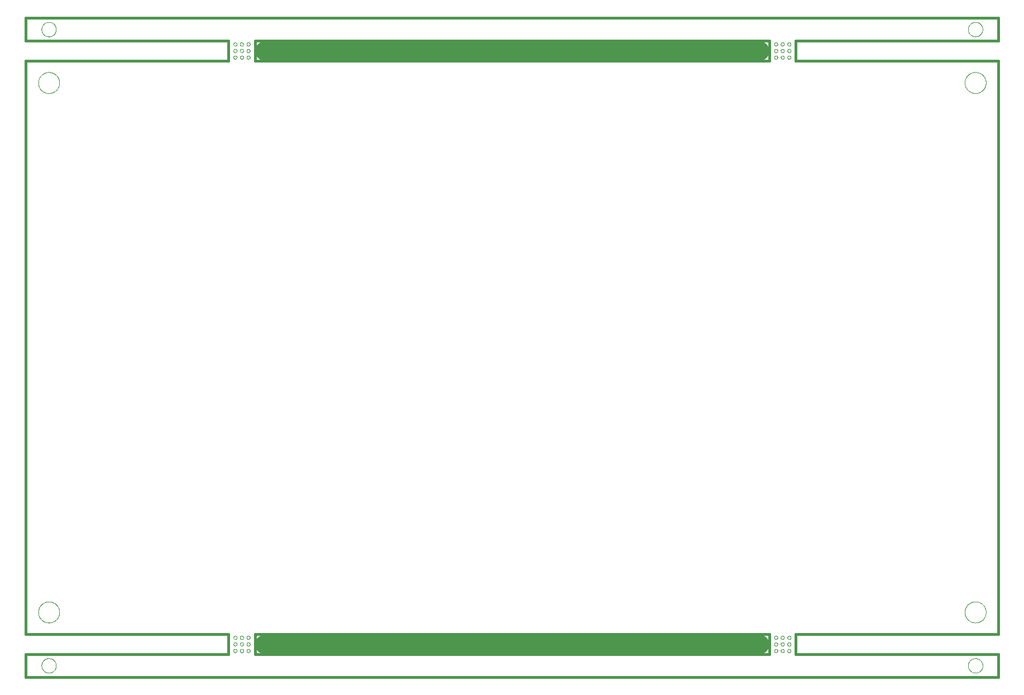
<source format=gko>
G75*
%MOIN*%
%OFA0B0*%
%FSLAX25Y25*%
%IPPOS*%
%LPD*%
%AMOC8*
5,1,8,0,0,1.08239X$1,22.5*
%
%ADD10C,0.00000*%
%ADD11C,0.01600*%
%ADD12C,0.11811*%
D10*
X0012096Y0008690D02*
X0012098Y0008821D01*
X0012104Y0008953D01*
X0012114Y0009084D01*
X0012128Y0009215D01*
X0012146Y0009345D01*
X0012168Y0009474D01*
X0012193Y0009603D01*
X0012223Y0009731D01*
X0012257Y0009858D01*
X0012294Y0009985D01*
X0012335Y0010109D01*
X0012380Y0010233D01*
X0012429Y0010355D01*
X0012481Y0010476D01*
X0012537Y0010594D01*
X0012597Y0010712D01*
X0012660Y0010827D01*
X0012727Y0010940D01*
X0012797Y0011052D01*
X0012870Y0011161D01*
X0012946Y0011267D01*
X0013026Y0011372D01*
X0013109Y0011474D01*
X0013195Y0011573D01*
X0013284Y0011670D01*
X0013376Y0011764D01*
X0013471Y0011855D01*
X0013568Y0011944D01*
X0013668Y0012029D01*
X0013771Y0012111D01*
X0013876Y0012190D01*
X0013983Y0012266D01*
X0014093Y0012338D01*
X0014205Y0012407D01*
X0014319Y0012473D01*
X0014434Y0012535D01*
X0014552Y0012594D01*
X0014671Y0012649D01*
X0014792Y0012701D01*
X0014915Y0012748D01*
X0015039Y0012792D01*
X0015164Y0012833D01*
X0015290Y0012869D01*
X0015418Y0012902D01*
X0015546Y0012930D01*
X0015675Y0012955D01*
X0015805Y0012976D01*
X0015935Y0012993D01*
X0016066Y0013006D01*
X0016197Y0013015D01*
X0016328Y0013020D01*
X0016460Y0013021D01*
X0016591Y0013018D01*
X0016723Y0013011D01*
X0016854Y0013000D01*
X0016984Y0012985D01*
X0017114Y0012966D01*
X0017244Y0012943D01*
X0017372Y0012917D01*
X0017500Y0012886D01*
X0017627Y0012851D01*
X0017753Y0012813D01*
X0017877Y0012771D01*
X0018001Y0012725D01*
X0018122Y0012675D01*
X0018242Y0012622D01*
X0018361Y0012565D01*
X0018478Y0012505D01*
X0018592Y0012441D01*
X0018705Y0012373D01*
X0018816Y0012302D01*
X0018925Y0012228D01*
X0019031Y0012151D01*
X0019135Y0012070D01*
X0019236Y0011987D01*
X0019335Y0011900D01*
X0019431Y0011810D01*
X0019524Y0011717D01*
X0019615Y0011622D01*
X0019702Y0011524D01*
X0019787Y0011423D01*
X0019868Y0011320D01*
X0019946Y0011214D01*
X0020021Y0011106D01*
X0020093Y0010996D01*
X0020161Y0010884D01*
X0020226Y0010770D01*
X0020287Y0010653D01*
X0020345Y0010535D01*
X0020399Y0010415D01*
X0020450Y0010294D01*
X0020497Y0010171D01*
X0020540Y0010047D01*
X0020579Y0009922D01*
X0020615Y0009795D01*
X0020646Y0009667D01*
X0020674Y0009539D01*
X0020698Y0009410D01*
X0020718Y0009280D01*
X0020734Y0009149D01*
X0020746Y0009018D01*
X0020754Y0008887D01*
X0020758Y0008756D01*
X0020758Y0008624D01*
X0020754Y0008493D01*
X0020746Y0008362D01*
X0020734Y0008231D01*
X0020718Y0008100D01*
X0020698Y0007970D01*
X0020674Y0007841D01*
X0020646Y0007713D01*
X0020615Y0007585D01*
X0020579Y0007458D01*
X0020540Y0007333D01*
X0020497Y0007209D01*
X0020450Y0007086D01*
X0020399Y0006965D01*
X0020345Y0006845D01*
X0020287Y0006727D01*
X0020226Y0006610D01*
X0020161Y0006496D01*
X0020093Y0006384D01*
X0020021Y0006274D01*
X0019946Y0006166D01*
X0019868Y0006060D01*
X0019787Y0005957D01*
X0019702Y0005856D01*
X0019615Y0005758D01*
X0019524Y0005663D01*
X0019431Y0005570D01*
X0019335Y0005480D01*
X0019236Y0005393D01*
X0019135Y0005310D01*
X0019031Y0005229D01*
X0018925Y0005152D01*
X0018816Y0005078D01*
X0018705Y0005007D01*
X0018593Y0004939D01*
X0018478Y0004875D01*
X0018361Y0004815D01*
X0018242Y0004758D01*
X0018122Y0004705D01*
X0018001Y0004655D01*
X0017877Y0004609D01*
X0017753Y0004567D01*
X0017627Y0004529D01*
X0017500Y0004494D01*
X0017372Y0004463D01*
X0017244Y0004437D01*
X0017114Y0004414D01*
X0016984Y0004395D01*
X0016854Y0004380D01*
X0016723Y0004369D01*
X0016591Y0004362D01*
X0016460Y0004359D01*
X0016328Y0004360D01*
X0016197Y0004365D01*
X0016066Y0004374D01*
X0015935Y0004387D01*
X0015805Y0004404D01*
X0015675Y0004425D01*
X0015546Y0004450D01*
X0015418Y0004478D01*
X0015290Y0004511D01*
X0015164Y0004547D01*
X0015039Y0004588D01*
X0014915Y0004632D01*
X0014792Y0004679D01*
X0014671Y0004731D01*
X0014552Y0004786D01*
X0014434Y0004845D01*
X0014319Y0004907D01*
X0014205Y0004973D01*
X0014093Y0005042D01*
X0013983Y0005114D01*
X0013876Y0005190D01*
X0013771Y0005269D01*
X0013668Y0005351D01*
X0013568Y0005436D01*
X0013471Y0005525D01*
X0013376Y0005616D01*
X0013284Y0005710D01*
X0013195Y0005807D01*
X0013109Y0005906D01*
X0013026Y0006008D01*
X0012946Y0006113D01*
X0012870Y0006219D01*
X0012797Y0006328D01*
X0012727Y0006440D01*
X0012660Y0006553D01*
X0012597Y0006668D01*
X0012537Y0006786D01*
X0012481Y0006904D01*
X0012429Y0007025D01*
X0012380Y0007147D01*
X0012335Y0007271D01*
X0012294Y0007395D01*
X0012257Y0007522D01*
X0012223Y0007649D01*
X0012193Y0007777D01*
X0012168Y0007906D01*
X0012146Y0008035D01*
X0012128Y0008165D01*
X0012114Y0008296D01*
X0012104Y0008427D01*
X0012098Y0008559D01*
X0012096Y0008690D01*
X0010128Y0040580D02*
X0010130Y0040738D01*
X0010136Y0040896D01*
X0010146Y0041054D01*
X0010160Y0041212D01*
X0010178Y0041369D01*
X0010199Y0041526D01*
X0010225Y0041682D01*
X0010255Y0041838D01*
X0010288Y0041993D01*
X0010326Y0042146D01*
X0010367Y0042299D01*
X0010412Y0042451D01*
X0010461Y0042602D01*
X0010514Y0042751D01*
X0010570Y0042899D01*
X0010630Y0043045D01*
X0010694Y0043190D01*
X0010762Y0043333D01*
X0010833Y0043475D01*
X0010907Y0043615D01*
X0010985Y0043752D01*
X0011067Y0043888D01*
X0011151Y0044022D01*
X0011240Y0044153D01*
X0011331Y0044282D01*
X0011426Y0044409D01*
X0011523Y0044534D01*
X0011624Y0044656D01*
X0011728Y0044775D01*
X0011835Y0044892D01*
X0011945Y0045006D01*
X0012058Y0045117D01*
X0012173Y0045226D01*
X0012291Y0045331D01*
X0012412Y0045433D01*
X0012535Y0045533D01*
X0012661Y0045629D01*
X0012789Y0045722D01*
X0012919Y0045812D01*
X0013052Y0045898D01*
X0013187Y0045982D01*
X0013323Y0046061D01*
X0013462Y0046138D01*
X0013603Y0046210D01*
X0013745Y0046280D01*
X0013889Y0046345D01*
X0014035Y0046407D01*
X0014182Y0046465D01*
X0014331Y0046520D01*
X0014481Y0046571D01*
X0014632Y0046618D01*
X0014784Y0046661D01*
X0014937Y0046700D01*
X0015092Y0046736D01*
X0015247Y0046767D01*
X0015403Y0046795D01*
X0015559Y0046819D01*
X0015716Y0046839D01*
X0015874Y0046855D01*
X0016031Y0046867D01*
X0016190Y0046875D01*
X0016348Y0046879D01*
X0016506Y0046879D01*
X0016664Y0046875D01*
X0016823Y0046867D01*
X0016980Y0046855D01*
X0017138Y0046839D01*
X0017295Y0046819D01*
X0017451Y0046795D01*
X0017607Y0046767D01*
X0017762Y0046736D01*
X0017917Y0046700D01*
X0018070Y0046661D01*
X0018222Y0046618D01*
X0018373Y0046571D01*
X0018523Y0046520D01*
X0018672Y0046465D01*
X0018819Y0046407D01*
X0018965Y0046345D01*
X0019109Y0046280D01*
X0019251Y0046210D01*
X0019392Y0046138D01*
X0019531Y0046061D01*
X0019667Y0045982D01*
X0019802Y0045898D01*
X0019935Y0045812D01*
X0020065Y0045722D01*
X0020193Y0045629D01*
X0020319Y0045533D01*
X0020442Y0045433D01*
X0020563Y0045331D01*
X0020681Y0045226D01*
X0020796Y0045117D01*
X0020909Y0045006D01*
X0021019Y0044892D01*
X0021126Y0044775D01*
X0021230Y0044656D01*
X0021331Y0044534D01*
X0021428Y0044409D01*
X0021523Y0044282D01*
X0021614Y0044153D01*
X0021703Y0044022D01*
X0021787Y0043888D01*
X0021869Y0043752D01*
X0021947Y0043615D01*
X0022021Y0043475D01*
X0022092Y0043333D01*
X0022160Y0043190D01*
X0022224Y0043045D01*
X0022284Y0042899D01*
X0022340Y0042751D01*
X0022393Y0042602D01*
X0022442Y0042451D01*
X0022487Y0042299D01*
X0022528Y0042146D01*
X0022566Y0041993D01*
X0022599Y0041838D01*
X0022629Y0041682D01*
X0022655Y0041526D01*
X0022676Y0041369D01*
X0022694Y0041212D01*
X0022708Y0041054D01*
X0022718Y0040896D01*
X0022724Y0040738D01*
X0022726Y0040580D01*
X0022724Y0040422D01*
X0022718Y0040264D01*
X0022708Y0040106D01*
X0022694Y0039948D01*
X0022676Y0039791D01*
X0022655Y0039634D01*
X0022629Y0039478D01*
X0022599Y0039322D01*
X0022566Y0039167D01*
X0022528Y0039014D01*
X0022487Y0038861D01*
X0022442Y0038709D01*
X0022393Y0038558D01*
X0022340Y0038409D01*
X0022284Y0038261D01*
X0022224Y0038115D01*
X0022160Y0037970D01*
X0022092Y0037827D01*
X0022021Y0037685D01*
X0021947Y0037545D01*
X0021869Y0037408D01*
X0021787Y0037272D01*
X0021703Y0037138D01*
X0021614Y0037007D01*
X0021523Y0036878D01*
X0021428Y0036751D01*
X0021331Y0036626D01*
X0021230Y0036504D01*
X0021126Y0036385D01*
X0021019Y0036268D01*
X0020909Y0036154D01*
X0020796Y0036043D01*
X0020681Y0035934D01*
X0020563Y0035829D01*
X0020442Y0035727D01*
X0020319Y0035627D01*
X0020193Y0035531D01*
X0020065Y0035438D01*
X0019935Y0035348D01*
X0019802Y0035262D01*
X0019667Y0035178D01*
X0019531Y0035099D01*
X0019392Y0035022D01*
X0019251Y0034950D01*
X0019109Y0034880D01*
X0018965Y0034815D01*
X0018819Y0034753D01*
X0018672Y0034695D01*
X0018523Y0034640D01*
X0018373Y0034589D01*
X0018222Y0034542D01*
X0018070Y0034499D01*
X0017917Y0034460D01*
X0017762Y0034424D01*
X0017607Y0034393D01*
X0017451Y0034365D01*
X0017295Y0034341D01*
X0017138Y0034321D01*
X0016980Y0034305D01*
X0016823Y0034293D01*
X0016664Y0034285D01*
X0016506Y0034281D01*
X0016348Y0034281D01*
X0016190Y0034285D01*
X0016031Y0034293D01*
X0015874Y0034305D01*
X0015716Y0034321D01*
X0015559Y0034341D01*
X0015403Y0034365D01*
X0015247Y0034393D01*
X0015092Y0034424D01*
X0014937Y0034460D01*
X0014784Y0034499D01*
X0014632Y0034542D01*
X0014481Y0034589D01*
X0014331Y0034640D01*
X0014182Y0034695D01*
X0014035Y0034753D01*
X0013889Y0034815D01*
X0013745Y0034880D01*
X0013603Y0034950D01*
X0013462Y0035022D01*
X0013323Y0035099D01*
X0013187Y0035178D01*
X0013052Y0035262D01*
X0012919Y0035348D01*
X0012789Y0035438D01*
X0012661Y0035531D01*
X0012535Y0035627D01*
X0012412Y0035727D01*
X0012291Y0035829D01*
X0012173Y0035934D01*
X0012058Y0036043D01*
X0011945Y0036154D01*
X0011835Y0036268D01*
X0011728Y0036385D01*
X0011624Y0036504D01*
X0011523Y0036626D01*
X0011426Y0036751D01*
X0011331Y0036878D01*
X0011240Y0037007D01*
X0011151Y0037138D01*
X0011067Y0037272D01*
X0010985Y0037408D01*
X0010907Y0037545D01*
X0010833Y0037685D01*
X0010762Y0037827D01*
X0010694Y0037970D01*
X0010630Y0038115D01*
X0010570Y0038261D01*
X0010514Y0038409D01*
X0010461Y0038558D01*
X0010412Y0038709D01*
X0010367Y0038861D01*
X0010326Y0039014D01*
X0010288Y0039167D01*
X0010255Y0039322D01*
X0010225Y0039478D01*
X0010199Y0039634D01*
X0010178Y0039791D01*
X0010160Y0039948D01*
X0010146Y0040106D01*
X0010136Y0040264D01*
X0010130Y0040422D01*
X0010128Y0040580D01*
X0126663Y0025422D02*
X0126665Y0025484D01*
X0126671Y0025547D01*
X0126681Y0025608D01*
X0126695Y0025669D01*
X0126712Y0025729D01*
X0126733Y0025788D01*
X0126759Y0025845D01*
X0126787Y0025900D01*
X0126819Y0025954D01*
X0126855Y0026005D01*
X0126893Y0026055D01*
X0126935Y0026101D01*
X0126979Y0026145D01*
X0127027Y0026186D01*
X0127076Y0026224D01*
X0127128Y0026258D01*
X0127182Y0026289D01*
X0127238Y0026317D01*
X0127296Y0026341D01*
X0127355Y0026362D01*
X0127415Y0026378D01*
X0127476Y0026391D01*
X0127538Y0026400D01*
X0127600Y0026405D01*
X0127663Y0026406D01*
X0127725Y0026403D01*
X0127787Y0026396D01*
X0127849Y0026385D01*
X0127909Y0026370D01*
X0127969Y0026352D01*
X0128027Y0026330D01*
X0128084Y0026304D01*
X0128139Y0026274D01*
X0128192Y0026241D01*
X0128243Y0026205D01*
X0128291Y0026166D01*
X0128337Y0026123D01*
X0128380Y0026078D01*
X0128420Y0026030D01*
X0128457Y0025980D01*
X0128491Y0025927D01*
X0128522Y0025873D01*
X0128548Y0025817D01*
X0128572Y0025759D01*
X0128591Y0025699D01*
X0128607Y0025639D01*
X0128619Y0025577D01*
X0128627Y0025516D01*
X0128631Y0025453D01*
X0128631Y0025391D01*
X0128627Y0025328D01*
X0128619Y0025267D01*
X0128607Y0025205D01*
X0128591Y0025145D01*
X0128572Y0025085D01*
X0128548Y0025027D01*
X0128522Y0024971D01*
X0128491Y0024917D01*
X0128457Y0024864D01*
X0128420Y0024814D01*
X0128380Y0024766D01*
X0128337Y0024721D01*
X0128291Y0024678D01*
X0128243Y0024639D01*
X0128192Y0024603D01*
X0128139Y0024570D01*
X0128084Y0024540D01*
X0128027Y0024514D01*
X0127969Y0024492D01*
X0127909Y0024474D01*
X0127849Y0024459D01*
X0127787Y0024448D01*
X0127725Y0024441D01*
X0127663Y0024438D01*
X0127600Y0024439D01*
X0127538Y0024444D01*
X0127476Y0024453D01*
X0127415Y0024466D01*
X0127355Y0024482D01*
X0127296Y0024503D01*
X0127238Y0024527D01*
X0127182Y0024555D01*
X0127128Y0024586D01*
X0127076Y0024620D01*
X0127027Y0024658D01*
X0126979Y0024699D01*
X0126935Y0024743D01*
X0126893Y0024789D01*
X0126855Y0024839D01*
X0126819Y0024890D01*
X0126787Y0024944D01*
X0126759Y0024999D01*
X0126733Y0025056D01*
X0126712Y0025115D01*
X0126695Y0025175D01*
X0126681Y0025236D01*
X0126671Y0025297D01*
X0126665Y0025360D01*
X0126663Y0025422D01*
X0126663Y0021485D02*
X0126665Y0021547D01*
X0126671Y0021610D01*
X0126681Y0021671D01*
X0126695Y0021732D01*
X0126712Y0021792D01*
X0126733Y0021851D01*
X0126759Y0021908D01*
X0126787Y0021963D01*
X0126819Y0022017D01*
X0126855Y0022068D01*
X0126893Y0022118D01*
X0126935Y0022164D01*
X0126979Y0022208D01*
X0127027Y0022249D01*
X0127076Y0022287D01*
X0127128Y0022321D01*
X0127182Y0022352D01*
X0127238Y0022380D01*
X0127296Y0022404D01*
X0127355Y0022425D01*
X0127415Y0022441D01*
X0127476Y0022454D01*
X0127538Y0022463D01*
X0127600Y0022468D01*
X0127663Y0022469D01*
X0127725Y0022466D01*
X0127787Y0022459D01*
X0127849Y0022448D01*
X0127909Y0022433D01*
X0127969Y0022415D01*
X0128027Y0022393D01*
X0128084Y0022367D01*
X0128139Y0022337D01*
X0128192Y0022304D01*
X0128243Y0022268D01*
X0128291Y0022229D01*
X0128337Y0022186D01*
X0128380Y0022141D01*
X0128420Y0022093D01*
X0128457Y0022043D01*
X0128491Y0021990D01*
X0128522Y0021936D01*
X0128548Y0021880D01*
X0128572Y0021822D01*
X0128591Y0021762D01*
X0128607Y0021702D01*
X0128619Y0021640D01*
X0128627Y0021579D01*
X0128631Y0021516D01*
X0128631Y0021454D01*
X0128627Y0021391D01*
X0128619Y0021330D01*
X0128607Y0021268D01*
X0128591Y0021208D01*
X0128572Y0021148D01*
X0128548Y0021090D01*
X0128522Y0021034D01*
X0128491Y0020980D01*
X0128457Y0020927D01*
X0128420Y0020877D01*
X0128380Y0020829D01*
X0128337Y0020784D01*
X0128291Y0020741D01*
X0128243Y0020702D01*
X0128192Y0020666D01*
X0128139Y0020633D01*
X0128084Y0020603D01*
X0128027Y0020577D01*
X0127969Y0020555D01*
X0127909Y0020537D01*
X0127849Y0020522D01*
X0127787Y0020511D01*
X0127725Y0020504D01*
X0127663Y0020501D01*
X0127600Y0020502D01*
X0127538Y0020507D01*
X0127476Y0020516D01*
X0127415Y0020529D01*
X0127355Y0020545D01*
X0127296Y0020566D01*
X0127238Y0020590D01*
X0127182Y0020618D01*
X0127128Y0020649D01*
X0127076Y0020683D01*
X0127027Y0020721D01*
X0126979Y0020762D01*
X0126935Y0020806D01*
X0126893Y0020852D01*
X0126855Y0020902D01*
X0126819Y0020953D01*
X0126787Y0021007D01*
X0126759Y0021062D01*
X0126733Y0021119D01*
X0126712Y0021178D01*
X0126695Y0021238D01*
X0126681Y0021299D01*
X0126671Y0021360D01*
X0126665Y0021423D01*
X0126663Y0021485D01*
X0126663Y0017548D02*
X0126665Y0017610D01*
X0126671Y0017673D01*
X0126681Y0017734D01*
X0126695Y0017795D01*
X0126712Y0017855D01*
X0126733Y0017914D01*
X0126759Y0017971D01*
X0126787Y0018026D01*
X0126819Y0018080D01*
X0126855Y0018131D01*
X0126893Y0018181D01*
X0126935Y0018227D01*
X0126979Y0018271D01*
X0127027Y0018312D01*
X0127076Y0018350D01*
X0127128Y0018384D01*
X0127182Y0018415D01*
X0127238Y0018443D01*
X0127296Y0018467D01*
X0127355Y0018488D01*
X0127415Y0018504D01*
X0127476Y0018517D01*
X0127538Y0018526D01*
X0127600Y0018531D01*
X0127663Y0018532D01*
X0127725Y0018529D01*
X0127787Y0018522D01*
X0127849Y0018511D01*
X0127909Y0018496D01*
X0127969Y0018478D01*
X0128027Y0018456D01*
X0128084Y0018430D01*
X0128139Y0018400D01*
X0128192Y0018367D01*
X0128243Y0018331D01*
X0128291Y0018292D01*
X0128337Y0018249D01*
X0128380Y0018204D01*
X0128420Y0018156D01*
X0128457Y0018106D01*
X0128491Y0018053D01*
X0128522Y0017999D01*
X0128548Y0017943D01*
X0128572Y0017885D01*
X0128591Y0017825D01*
X0128607Y0017765D01*
X0128619Y0017703D01*
X0128627Y0017642D01*
X0128631Y0017579D01*
X0128631Y0017517D01*
X0128627Y0017454D01*
X0128619Y0017393D01*
X0128607Y0017331D01*
X0128591Y0017271D01*
X0128572Y0017211D01*
X0128548Y0017153D01*
X0128522Y0017097D01*
X0128491Y0017043D01*
X0128457Y0016990D01*
X0128420Y0016940D01*
X0128380Y0016892D01*
X0128337Y0016847D01*
X0128291Y0016804D01*
X0128243Y0016765D01*
X0128192Y0016729D01*
X0128139Y0016696D01*
X0128084Y0016666D01*
X0128027Y0016640D01*
X0127969Y0016618D01*
X0127909Y0016600D01*
X0127849Y0016585D01*
X0127787Y0016574D01*
X0127725Y0016567D01*
X0127663Y0016564D01*
X0127600Y0016565D01*
X0127538Y0016570D01*
X0127476Y0016579D01*
X0127415Y0016592D01*
X0127355Y0016608D01*
X0127296Y0016629D01*
X0127238Y0016653D01*
X0127182Y0016681D01*
X0127128Y0016712D01*
X0127076Y0016746D01*
X0127027Y0016784D01*
X0126979Y0016825D01*
X0126935Y0016869D01*
X0126893Y0016915D01*
X0126855Y0016965D01*
X0126819Y0017016D01*
X0126787Y0017070D01*
X0126759Y0017125D01*
X0126733Y0017182D01*
X0126712Y0017241D01*
X0126695Y0017301D01*
X0126681Y0017362D01*
X0126671Y0017423D01*
X0126665Y0017486D01*
X0126663Y0017548D01*
X0130600Y0017548D02*
X0130602Y0017610D01*
X0130608Y0017673D01*
X0130618Y0017734D01*
X0130632Y0017795D01*
X0130649Y0017855D01*
X0130670Y0017914D01*
X0130696Y0017971D01*
X0130724Y0018026D01*
X0130756Y0018080D01*
X0130792Y0018131D01*
X0130830Y0018181D01*
X0130872Y0018227D01*
X0130916Y0018271D01*
X0130964Y0018312D01*
X0131013Y0018350D01*
X0131065Y0018384D01*
X0131119Y0018415D01*
X0131175Y0018443D01*
X0131233Y0018467D01*
X0131292Y0018488D01*
X0131352Y0018504D01*
X0131413Y0018517D01*
X0131475Y0018526D01*
X0131537Y0018531D01*
X0131600Y0018532D01*
X0131662Y0018529D01*
X0131724Y0018522D01*
X0131786Y0018511D01*
X0131846Y0018496D01*
X0131906Y0018478D01*
X0131964Y0018456D01*
X0132021Y0018430D01*
X0132076Y0018400D01*
X0132129Y0018367D01*
X0132180Y0018331D01*
X0132228Y0018292D01*
X0132274Y0018249D01*
X0132317Y0018204D01*
X0132357Y0018156D01*
X0132394Y0018106D01*
X0132428Y0018053D01*
X0132459Y0017999D01*
X0132485Y0017943D01*
X0132509Y0017885D01*
X0132528Y0017825D01*
X0132544Y0017765D01*
X0132556Y0017703D01*
X0132564Y0017642D01*
X0132568Y0017579D01*
X0132568Y0017517D01*
X0132564Y0017454D01*
X0132556Y0017393D01*
X0132544Y0017331D01*
X0132528Y0017271D01*
X0132509Y0017211D01*
X0132485Y0017153D01*
X0132459Y0017097D01*
X0132428Y0017043D01*
X0132394Y0016990D01*
X0132357Y0016940D01*
X0132317Y0016892D01*
X0132274Y0016847D01*
X0132228Y0016804D01*
X0132180Y0016765D01*
X0132129Y0016729D01*
X0132076Y0016696D01*
X0132021Y0016666D01*
X0131964Y0016640D01*
X0131906Y0016618D01*
X0131846Y0016600D01*
X0131786Y0016585D01*
X0131724Y0016574D01*
X0131662Y0016567D01*
X0131600Y0016564D01*
X0131537Y0016565D01*
X0131475Y0016570D01*
X0131413Y0016579D01*
X0131352Y0016592D01*
X0131292Y0016608D01*
X0131233Y0016629D01*
X0131175Y0016653D01*
X0131119Y0016681D01*
X0131065Y0016712D01*
X0131013Y0016746D01*
X0130964Y0016784D01*
X0130916Y0016825D01*
X0130872Y0016869D01*
X0130830Y0016915D01*
X0130792Y0016965D01*
X0130756Y0017016D01*
X0130724Y0017070D01*
X0130696Y0017125D01*
X0130670Y0017182D01*
X0130649Y0017241D01*
X0130632Y0017301D01*
X0130618Y0017362D01*
X0130608Y0017423D01*
X0130602Y0017486D01*
X0130600Y0017548D01*
X0130600Y0021485D02*
X0130602Y0021547D01*
X0130608Y0021610D01*
X0130618Y0021671D01*
X0130632Y0021732D01*
X0130649Y0021792D01*
X0130670Y0021851D01*
X0130696Y0021908D01*
X0130724Y0021963D01*
X0130756Y0022017D01*
X0130792Y0022068D01*
X0130830Y0022118D01*
X0130872Y0022164D01*
X0130916Y0022208D01*
X0130964Y0022249D01*
X0131013Y0022287D01*
X0131065Y0022321D01*
X0131119Y0022352D01*
X0131175Y0022380D01*
X0131233Y0022404D01*
X0131292Y0022425D01*
X0131352Y0022441D01*
X0131413Y0022454D01*
X0131475Y0022463D01*
X0131537Y0022468D01*
X0131600Y0022469D01*
X0131662Y0022466D01*
X0131724Y0022459D01*
X0131786Y0022448D01*
X0131846Y0022433D01*
X0131906Y0022415D01*
X0131964Y0022393D01*
X0132021Y0022367D01*
X0132076Y0022337D01*
X0132129Y0022304D01*
X0132180Y0022268D01*
X0132228Y0022229D01*
X0132274Y0022186D01*
X0132317Y0022141D01*
X0132357Y0022093D01*
X0132394Y0022043D01*
X0132428Y0021990D01*
X0132459Y0021936D01*
X0132485Y0021880D01*
X0132509Y0021822D01*
X0132528Y0021762D01*
X0132544Y0021702D01*
X0132556Y0021640D01*
X0132564Y0021579D01*
X0132568Y0021516D01*
X0132568Y0021454D01*
X0132564Y0021391D01*
X0132556Y0021330D01*
X0132544Y0021268D01*
X0132528Y0021208D01*
X0132509Y0021148D01*
X0132485Y0021090D01*
X0132459Y0021034D01*
X0132428Y0020980D01*
X0132394Y0020927D01*
X0132357Y0020877D01*
X0132317Y0020829D01*
X0132274Y0020784D01*
X0132228Y0020741D01*
X0132180Y0020702D01*
X0132129Y0020666D01*
X0132076Y0020633D01*
X0132021Y0020603D01*
X0131964Y0020577D01*
X0131906Y0020555D01*
X0131846Y0020537D01*
X0131786Y0020522D01*
X0131724Y0020511D01*
X0131662Y0020504D01*
X0131600Y0020501D01*
X0131537Y0020502D01*
X0131475Y0020507D01*
X0131413Y0020516D01*
X0131352Y0020529D01*
X0131292Y0020545D01*
X0131233Y0020566D01*
X0131175Y0020590D01*
X0131119Y0020618D01*
X0131065Y0020649D01*
X0131013Y0020683D01*
X0130964Y0020721D01*
X0130916Y0020762D01*
X0130872Y0020806D01*
X0130830Y0020852D01*
X0130792Y0020902D01*
X0130756Y0020953D01*
X0130724Y0021007D01*
X0130696Y0021062D01*
X0130670Y0021119D01*
X0130649Y0021178D01*
X0130632Y0021238D01*
X0130618Y0021299D01*
X0130608Y0021360D01*
X0130602Y0021423D01*
X0130600Y0021485D01*
X0130600Y0025422D02*
X0130602Y0025484D01*
X0130608Y0025547D01*
X0130618Y0025608D01*
X0130632Y0025669D01*
X0130649Y0025729D01*
X0130670Y0025788D01*
X0130696Y0025845D01*
X0130724Y0025900D01*
X0130756Y0025954D01*
X0130792Y0026005D01*
X0130830Y0026055D01*
X0130872Y0026101D01*
X0130916Y0026145D01*
X0130964Y0026186D01*
X0131013Y0026224D01*
X0131065Y0026258D01*
X0131119Y0026289D01*
X0131175Y0026317D01*
X0131233Y0026341D01*
X0131292Y0026362D01*
X0131352Y0026378D01*
X0131413Y0026391D01*
X0131475Y0026400D01*
X0131537Y0026405D01*
X0131600Y0026406D01*
X0131662Y0026403D01*
X0131724Y0026396D01*
X0131786Y0026385D01*
X0131846Y0026370D01*
X0131906Y0026352D01*
X0131964Y0026330D01*
X0132021Y0026304D01*
X0132076Y0026274D01*
X0132129Y0026241D01*
X0132180Y0026205D01*
X0132228Y0026166D01*
X0132274Y0026123D01*
X0132317Y0026078D01*
X0132357Y0026030D01*
X0132394Y0025980D01*
X0132428Y0025927D01*
X0132459Y0025873D01*
X0132485Y0025817D01*
X0132509Y0025759D01*
X0132528Y0025699D01*
X0132544Y0025639D01*
X0132556Y0025577D01*
X0132564Y0025516D01*
X0132568Y0025453D01*
X0132568Y0025391D01*
X0132564Y0025328D01*
X0132556Y0025267D01*
X0132544Y0025205D01*
X0132528Y0025145D01*
X0132509Y0025085D01*
X0132485Y0025027D01*
X0132459Y0024971D01*
X0132428Y0024917D01*
X0132394Y0024864D01*
X0132357Y0024814D01*
X0132317Y0024766D01*
X0132274Y0024721D01*
X0132228Y0024678D01*
X0132180Y0024639D01*
X0132129Y0024603D01*
X0132076Y0024570D01*
X0132021Y0024540D01*
X0131964Y0024514D01*
X0131906Y0024492D01*
X0131846Y0024474D01*
X0131786Y0024459D01*
X0131724Y0024448D01*
X0131662Y0024441D01*
X0131600Y0024438D01*
X0131537Y0024439D01*
X0131475Y0024444D01*
X0131413Y0024453D01*
X0131352Y0024466D01*
X0131292Y0024482D01*
X0131233Y0024503D01*
X0131175Y0024527D01*
X0131119Y0024555D01*
X0131065Y0024586D01*
X0131013Y0024620D01*
X0130964Y0024658D01*
X0130916Y0024699D01*
X0130872Y0024743D01*
X0130830Y0024789D01*
X0130792Y0024839D01*
X0130756Y0024890D01*
X0130724Y0024944D01*
X0130696Y0024999D01*
X0130670Y0025056D01*
X0130649Y0025115D01*
X0130632Y0025175D01*
X0130618Y0025236D01*
X0130608Y0025297D01*
X0130602Y0025360D01*
X0130600Y0025422D01*
X0134537Y0025422D02*
X0134539Y0025484D01*
X0134545Y0025547D01*
X0134555Y0025608D01*
X0134569Y0025669D01*
X0134586Y0025729D01*
X0134607Y0025788D01*
X0134633Y0025845D01*
X0134661Y0025900D01*
X0134693Y0025954D01*
X0134729Y0026005D01*
X0134767Y0026055D01*
X0134809Y0026101D01*
X0134853Y0026145D01*
X0134901Y0026186D01*
X0134950Y0026224D01*
X0135002Y0026258D01*
X0135056Y0026289D01*
X0135112Y0026317D01*
X0135170Y0026341D01*
X0135229Y0026362D01*
X0135289Y0026378D01*
X0135350Y0026391D01*
X0135412Y0026400D01*
X0135474Y0026405D01*
X0135537Y0026406D01*
X0135599Y0026403D01*
X0135661Y0026396D01*
X0135723Y0026385D01*
X0135783Y0026370D01*
X0135843Y0026352D01*
X0135901Y0026330D01*
X0135958Y0026304D01*
X0136013Y0026274D01*
X0136066Y0026241D01*
X0136117Y0026205D01*
X0136165Y0026166D01*
X0136211Y0026123D01*
X0136254Y0026078D01*
X0136294Y0026030D01*
X0136331Y0025980D01*
X0136365Y0025927D01*
X0136396Y0025873D01*
X0136422Y0025817D01*
X0136446Y0025759D01*
X0136465Y0025699D01*
X0136481Y0025639D01*
X0136493Y0025577D01*
X0136501Y0025516D01*
X0136505Y0025453D01*
X0136505Y0025391D01*
X0136501Y0025328D01*
X0136493Y0025267D01*
X0136481Y0025205D01*
X0136465Y0025145D01*
X0136446Y0025085D01*
X0136422Y0025027D01*
X0136396Y0024971D01*
X0136365Y0024917D01*
X0136331Y0024864D01*
X0136294Y0024814D01*
X0136254Y0024766D01*
X0136211Y0024721D01*
X0136165Y0024678D01*
X0136117Y0024639D01*
X0136066Y0024603D01*
X0136013Y0024570D01*
X0135958Y0024540D01*
X0135901Y0024514D01*
X0135843Y0024492D01*
X0135783Y0024474D01*
X0135723Y0024459D01*
X0135661Y0024448D01*
X0135599Y0024441D01*
X0135537Y0024438D01*
X0135474Y0024439D01*
X0135412Y0024444D01*
X0135350Y0024453D01*
X0135289Y0024466D01*
X0135229Y0024482D01*
X0135170Y0024503D01*
X0135112Y0024527D01*
X0135056Y0024555D01*
X0135002Y0024586D01*
X0134950Y0024620D01*
X0134901Y0024658D01*
X0134853Y0024699D01*
X0134809Y0024743D01*
X0134767Y0024789D01*
X0134729Y0024839D01*
X0134693Y0024890D01*
X0134661Y0024944D01*
X0134633Y0024999D01*
X0134607Y0025056D01*
X0134586Y0025115D01*
X0134569Y0025175D01*
X0134555Y0025236D01*
X0134545Y0025297D01*
X0134539Y0025360D01*
X0134537Y0025422D01*
X0134537Y0021485D02*
X0134539Y0021547D01*
X0134545Y0021610D01*
X0134555Y0021671D01*
X0134569Y0021732D01*
X0134586Y0021792D01*
X0134607Y0021851D01*
X0134633Y0021908D01*
X0134661Y0021963D01*
X0134693Y0022017D01*
X0134729Y0022068D01*
X0134767Y0022118D01*
X0134809Y0022164D01*
X0134853Y0022208D01*
X0134901Y0022249D01*
X0134950Y0022287D01*
X0135002Y0022321D01*
X0135056Y0022352D01*
X0135112Y0022380D01*
X0135170Y0022404D01*
X0135229Y0022425D01*
X0135289Y0022441D01*
X0135350Y0022454D01*
X0135412Y0022463D01*
X0135474Y0022468D01*
X0135537Y0022469D01*
X0135599Y0022466D01*
X0135661Y0022459D01*
X0135723Y0022448D01*
X0135783Y0022433D01*
X0135843Y0022415D01*
X0135901Y0022393D01*
X0135958Y0022367D01*
X0136013Y0022337D01*
X0136066Y0022304D01*
X0136117Y0022268D01*
X0136165Y0022229D01*
X0136211Y0022186D01*
X0136254Y0022141D01*
X0136294Y0022093D01*
X0136331Y0022043D01*
X0136365Y0021990D01*
X0136396Y0021936D01*
X0136422Y0021880D01*
X0136446Y0021822D01*
X0136465Y0021762D01*
X0136481Y0021702D01*
X0136493Y0021640D01*
X0136501Y0021579D01*
X0136505Y0021516D01*
X0136505Y0021454D01*
X0136501Y0021391D01*
X0136493Y0021330D01*
X0136481Y0021268D01*
X0136465Y0021208D01*
X0136446Y0021148D01*
X0136422Y0021090D01*
X0136396Y0021034D01*
X0136365Y0020980D01*
X0136331Y0020927D01*
X0136294Y0020877D01*
X0136254Y0020829D01*
X0136211Y0020784D01*
X0136165Y0020741D01*
X0136117Y0020702D01*
X0136066Y0020666D01*
X0136013Y0020633D01*
X0135958Y0020603D01*
X0135901Y0020577D01*
X0135843Y0020555D01*
X0135783Y0020537D01*
X0135723Y0020522D01*
X0135661Y0020511D01*
X0135599Y0020504D01*
X0135537Y0020501D01*
X0135474Y0020502D01*
X0135412Y0020507D01*
X0135350Y0020516D01*
X0135289Y0020529D01*
X0135229Y0020545D01*
X0135170Y0020566D01*
X0135112Y0020590D01*
X0135056Y0020618D01*
X0135002Y0020649D01*
X0134950Y0020683D01*
X0134901Y0020721D01*
X0134853Y0020762D01*
X0134809Y0020806D01*
X0134767Y0020852D01*
X0134729Y0020902D01*
X0134693Y0020953D01*
X0134661Y0021007D01*
X0134633Y0021062D01*
X0134607Y0021119D01*
X0134586Y0021178D01*
X0134569Y0021238D01*
X0134555Y0021299D01*
X0134545Y0021360D01*
X0134539Y0021423D01*
X0134537Y0021485D01*
X0134537Y0017548D02*
X0134539Y0017610D01*
X0134545Y0017673D01*
X0134555Y0017734D01*
X0134569Y0017795D01*
X0134586Y0017855D01*
X0134607Y0017914D01*
X0134633Y0017971D01*
X0134661Y0018026D01*
X0134693Y0018080D01*
X0134729Y0018131D01*
X0134767Y0018181D01*
X0134809Y0018227D01*
X0134853Y0018271D01*
X0134901Y0018312D01*
X0134950Y0018350D01*
X0135002Y0018384D01*
X0135056Y0018415D01*
X0135112Y0018443D01*
X0135170Y0018467D01*
X0135229Y0018488D01*
X0135289Y0018504D01*
X0135350Y0018517D01*
X0135412Y0018526D01*
X0135474Y0018531D01*
X0135537Y0018532D01*
X0135599Y0018529D01*
X0135661Y0018522D01*
X0135723Y0018511D01*
X0135783Y0018496D01*
X0135843Y0018478D01*
X0135901Y0018456D01*
X0135958Y0018430D01*
X0136013Y0018400D01*
X0136066Y0018367D01*
X0136117Y0018331D01*
X0136165Y0018292D01*
X0136211Y0018249D01*
X0136254Y0018204D01*
X0136294Y0018156D01*
X0136331Y0018106D01*
X0136365Y0018053D01*
X0136396Y0017999D01*
X0136422Y0017943D01*
X0136446Y0017885D01*
X0136465Y0017825D01*
X0136481Y0017765D01*
X0136493Y0017703D01*
X0136501Y0017642D01*
X0136505Y0017579D01*
X0136505Y0017517D01*
X0136501Y0017454D01*
X0136493Y0017393D01*
X0136481Y0017331D01*
X0136465Y0017271D01*
X0136446Y0017211D01*
X0136422Y0017153D01*
X0136396Y0017097D01*
X0136365Y0017043D01*
X0136331Y0016990D01*
X0136294Y0016940D01*
X0136254Y0016892D01*
X0136211Y0016847D01*
X0136165Y0016804D01*
X0136117Y0016765D01*
X0136066Y0016729D01*
X0136013Y0016696D01*
X0135958Y0016666D01*
X0135901Y0016640D01*
X0135843Y0016618D01*
X0135783Y0016600D01*
X0135723Y0016585D01*
X0135661Y0016574D01*
X0135599Y0016567D01*
X0135537Y0016564D01*
X0135474Y0016565D01*
X0135412Y0016570D01*
X0135350Y0016579D01*
X0135289Y0016592D01*
X0135229Y0016608D01*
X0135170Y0016629D01*
X0135112Y0016653D01*
X0135056Y0016681D01*
X0135002Y0016712D01*
X0134950Y0016746D01*
X0134901Y0016784D01*
X0134853Y0016825D01*
X0134809Y0016869D01*
X0134767Y0016915D01*
X0134729Y0016965D01*
X0134693Y0017016D01*
X0134661Y0017070D01*
X0134633Y0017125D01*
X0134607Y0017182D01*
X0134586Y0017241D01*
X0134569Y0017301D01*
X0134555Y0017362D01*
X0134545Y0017423D01*
X0134539Y0017486D01*
X0134537Y0017548D01*
X0449498Y0017548D02*
X0449500Y0017610D01*
X0449506Y0017673D01*
X0449516Y0017734D01*
X0449530Y0017795D01*
X0449547Y0017855D01*
X0449568Y0017914D01*
X0449594Y0017971D01*
X0449622Y0018026D01*
X0449654Y0018080D01*
X0449690Y0018131D01*
X0449728Y0018181D01*
X0449770Y0018227D01*
X0449814Y0018271D01*
X0449862Y0018312D01*
X0449911Y0018350D01*
X0449963Y0018384D01*
X0450017Y0018415D01*
X0450073Y0018443D01*
X0450131Y0018467D01*
X0450190Y0018488D01*
X0450250Y0018504D01*
X0450311Y0018517D01*
X0450373Y0018526D01*
X0450435Y0018531D01*
X0450498Y0018532D01*
X0450560Y0018529D01*
X0450622Y0018522D01*
X0450684Y0018511D01*
X0450744Y0018496D01*
X0450804Y0018478D01*
X0450862Y0018456D01*
X0450919Y0018430D01*
X0450974Y0018400D01*
X0451027Y0018367D01*
X0451078Y0018331D01*
X0451126Y0018292D01*
X0451172Y0018249D01*
X0451215Y0018204D01*
X0451255Y0018156D01*
X0451292Y0018106D01*
X0451326Y0018053D01*
X0451357Y0017999D01*
X0451383Y0017943D01*
X0451407Y0017885D01*
X0451426Y0017825D01*
X0451442Y0017765D01*
X0451454Y0017703D01*
X0451462Y0017642D01*
X0451466Y0017579D01*
X0451466Y0017517D01*
X0451462Y0017454D01*
X0451454Y0017393D01*
X0451442Y0017331D01*
X0451426Y0017271D01*
X0451407Y0017211D01*
X0451383Y0017153D01*
X0451357Y0017097D01*
X0451326Y0017043D01*
X0451292Y0016990D01*
X0451255Y0016940D01*
X0451215Y0016892D01*
X0451172Y0016847D01*
X0451126Y0016804D01*
X0451078Y0016765D01*
X0451027Y0016729D01*
X0450974Y0016696D01*
X0450919Y0016666D01*
X0450862Y0016640D01*
X0450804Y0016618D01*
X0450744Y0016600D01*
X0450684Y0016585D01*
X0450622Y0016574D01*
X0450560Y0016567D01*
X0450498Y0016564D01*
X0450435Y0016565D01*
X0450373Y0016570D01*
X0450311Y0016579D01*
X0450250Y0016592D01*
X0450190Y0016608D01*
X0450131Y0016629D01*
X0450073Y0016653D01*
X0450017Y0016681D01*
X0449963Y0016712D01*
X0449911Y0016746D01*
X0449862Y0016784D01*
X0449814Y0016825D01*
X0449770Y0016869D01*
X0449728Y0016915D01*
X0449690Y0016965D01*
X0449654Y0017016D01*
X0449622Y0017070D01*
X0449594Y0017125D01*
X0449568Y0017182D01*
X0449547Y0017241D01*
X0449530Y0017301D01*
X0449516Y0017362D01*
X0449506Y0017423D01*
X0449500Y0017486D01*
X0449498Y0017548D01*
X0449498Y0021485D02*
X0449500Y0021547D01*
X0449506Y0021610D01*
X0449516Y0021671D01*
X0449530Y0021732D01*
X0449547Y0021792D01*
X0449568Y0021851D01*
X0449594Y0021908D01*
X0449622Y0021963D01*
X0449654Y0022017D01*
X0449690Y0022068D01*
X0449728Y0022118D01*
X0449770Y0022164D01*
X0449814Y0022208D01*
X0449862Y0022249D01*
X0449911Y0022287D01*
X0449963Y0022321D01*
X0450017Y0022352D01*
X0450073Y0022380D01*
X0450131Y0022404D01*
X0450190Y0022425D01*
X0450250Y0022441D01*
X0450311Y0022454D01*
X0450373Y0022463D01*
X0450435Y0022468D01*
X0450498Y0022469D01*
X0450560Y0022466D01*
X0450622Y0022459D01*
X0450684Y0022448D01*
X0450744Y0022433D01*
X0450804Y0022415D01*
X0450862Y0022393D01*
X0450919Y0022367D01*
X0450974Y0022337D01*
X0451027Y0022304D01*
X0451078Y0022268D01*
X0451126Y0022229D01*
X0451172Y0022186D01*
X0451215Y0022141D01*
X0451255Y0022093D01*
X0451292Y0022043D01*
X0451326Y0021990D01*
X0451357Y0021936D01*
X0451383Y0021880D01*
X0451407Y0021822D01*
X0451426Y0021762D01*
X0451442Y0021702D01*
X0451454Y0021640D01*
X0451462Y0021579D01*
X0451466Y0021516D01*
X0451466Y0021454D01*
X0451462Y0021391D01*
X0451454Y0021330D01*
X0451442Y0021268D01*
X0451426Y0021208D01*
X0451407Y0021148D01*
X0451383Y0021090D01*
X0451357Y0021034D01*
X0451326Y0020980D01*
X0451292Y0020927D01*
X0451255Y0020877D01*
X0451215Y0020829D01*
X0451172Y0020784D01*
X0451126Y0020741D01*
X0451078Y0020702D01*
X0451027Y0020666D01*
X0450974Y0020633D01*
X0450919Y0020603D01*
X0450862Y0020577D01*
X0450804Y0020555D01*
X0450744Y0020537D01*
X0450684Y0020522D01*
X0450622Y0020511D01*
X0450560Y0020504D01*
X0450498Y0020501D01*
X0450435Y0020502D01*
X0450373Y0020507D01*
X0450311Y0020516D01*
X0450250Y0020529D01*
X0450190Y0020545D01*
X0450131Y0020566D01*
X0450073Y0020590D01*
X0450017Y0020618D01*
X0449963Y0020649D01*
X0449911Y0020683D01*
X0449862Y0020721D01*
X0449814Y0020762D01*
X0449770Y0020806D01*
X0449728Y0020852D01*
X0449690Y0020902D01*
X0449654Y0020953D01*
X0449622Y0021007D01*
X0449594Y0021062D01*
X0449568Y0021119D01*
X0449547Y0021178D01*
X0449530Y0021238D01*
X0449516Y0021299D01*
X0449506Y0021360D01*
X0449500Y0021423D01*
X0449498Y0021485D01*
X0449498Y0025422D02*
X0449500Y0025484D01*
X0449506Y0025547D01*
X0449516Y0025608D01*
X0449530Y0025669D01*
X0449547Y0025729D01*
X0449568Y0025788D01*
X0449594Y0025845D01*
X0449622Y0025900D01*
X0449654Y0025954D01*
X0449690Y0026005D01*
X0449728Y0026055D01*
X0449770Y0026101D01*
X0449814Y0026145D01*
X0449862Y0026186D01*
X0449911Y0026224D01*
X0449963Y0026258D01*
X0450017Y0026289D01*
X0450073Y0026317D01*
X0450131Y0026341D01*
X0450190Y0026362D01*
X0450250Y0026378D01*
X0450311Y0026391D01*
X0450373Y0026400D01*
X0450435Y0026405D01*
X0450498Y0026406D01*
X0450560Y0026403D01*
X0450622Y0026396D01*
X0450684Y0026385D01*
X0450744Y0026370D01*
X0450804Y0026352D01*
X0450862Y0026330D01*
X0450919Y0026304D01*
X0450974Y0026274D01*
X0451027Y0026241D01*
X0451078Y0026205D01*
X0451126Y0026166D01*
X0451172Y0026123D01*
X0451215Y0026078D01*
X0451255Y0026030D01*
X0451292Y0025980D01*
X0451326Y0025927D01*
X0451357Y0025873D01*
X0451383Y0025817D01*
X0451407Y0025759D01*
X0451426Y0025699D01*
X0451442Y0025639D01*
X0451454Y0025577D01*
X0451462Y0025516D01*
X0451466Y0025453D01*
X0451466Y0025391D01*
X0451462Y0025328D01*
X0451454Y0025267D01*
X0451442Y0025205D01*
X0451426Y0025145D01*
X0451407Y0025085D01*
X0451383Y0025027D01*
X0451357Y0024971D01*
X0451326Y0024917D01*
X0451292Y0024864D01*
X0451255Y0024814D01*
X0451215Y0024766D01*
X0451172Y0024721D01*
X0451126Y0024678D01*
X0451078Y0024639D01*
X0451027Y0024603D01*
X0450974Y0024570D01*
X0450919Y0024540D01*
X0450862Y0024514D01*
X0450804Y0024492D01*
X0450744Y0024474D01*
X0450684Y0024459D01*
X0450622Y0024448D01*
X0450560Y0024441D01*
X0450498Y0024438D01*
X0450435Y0024439D01*
X0450373Y0024444D01*
X0450311Y0024453D01*
X0450250Y0024466D01*
X0450190Y0024482D01*
X0450131Y0024503D01*
X0450073Y0024527D01*
X0450017Y0024555D01*
X0449963Y0024586D01*
X0449911Y0024620D01*
X0449862Y0024658D01*
X0449814Y0024699D01*
X0449770Y0024743D01*
X0449728Y0024789D01*
X0449690Y0024839D01*
X0449654Y0024890D01*
X0449622Y0024944D01*
X0449594Y0024999D01*
X0449568Y0025056D01*
X0449547Y0025115D01*
X0449530Y0025175D01*
X0449516Y0025236D01*
X0449506Y0025297D01*
X0449500Y0025360D01*
X0449498Y0025422D01*
X0453435Y0025422D02*
X0453437Y0025484D01*
X0453443Y0025547D01*
X0453453Y0025608D01*
X0453467Y0025669D01*
X0453484Y0025729D01*
X0453505Y0025788D01*
X0453531Y0025845D01*
X0453559Y0025900D01*
X0453591Y0025954D01*
X0453627Y0026005D01*
X0453665Y0026055D01*
X0453707Y0026101D01*
X0453751Y0026145D01*
X0453799Y0026186D01*
X0453848Y0026224D01*
X0453900Y0026258D01*
X0453954Y0026289D01*
X0454010Y0026317D01*
X0454068Y0026341D01*
X0454127Y0026362D01*
X0454187Y0026378D01*
X0454248Y0026391D01*
X0454310Y0026400D01*
X0454372Y0026405D01*
X0454435Y0026406D01*
X0454497Y0026403D01*
X0454559Y0026396D01*
X0454621Y0026385D01*
X0454681Y0026370D01*
X0454741Y0026352D01*
X0454799Y0026330D01*
X0454856Y0026304D01*
X0454911Y0026274D01*
X0454964Y0026241D01*
X0455015Y0026205D01*
X0455063Y0026166D01*
X0455109Y0026123D01*
X0455152Y0026078D01*
X0455192Y0026030D01*
X0455229Y0025980D01*
X0455263Y0025927D01*
X0455294Y0025873D01*
X0455320Y0025817D01*
X0455344Y0025759D01*
X0455363Y0025699D01*
X0455379Y0025639D01*
X0455391Y0025577D01*
X0455399Y0025516D01*
X0455403Y0025453D01*
X0455403Y0025391D01*
X0455399Y0025328D01*
X0455391Y0025267D01*
X0455379Y0025205D01*
X0455363Y0025145D01*
X0455344Y0025085D01*
X0455320Y0025027D01*
X0455294Y0024971D01*
X0455263Y0024917D01*
X0455229Y0024864D01*
X0455192Y0024814D01*
X0455152Y0024766D01*
X0455109Y0024721D01*
X0455063Y0024678D01*
X0455015Y0024639D01*
X0454964Y0024603D01*
X0454911Y0024570D01*
X0454856Y0024540D01*
X0454799Y0024514D01*
X0454741Y0024492D01*
X0454681Y0024474D01*
X0454621Y0024459D01*
X0454559Y0024448D01*
X0454497Y0024441D01*
X0454435Y0024438D01*
X0454372Y0024439D01*
X0454310Y0024444D01*
X0454248Y0024453D01*
X0454187Y0024466D01*
X0454127Y0024482D01*
X0454068Y0024503D01*
X0454010Y0024527D01*
X0453954Y0024555D01*
X0453900Y0024586D01*
X0453848Y0024620D01*
X0453799Y0024658D01*
X0453751Y0024699D01*
X0453707Y0024743D01*
X0453665Y0024789D01*
X0453627Y0024839D01*
X0453591Y0024890D01*
X0453559Y0024944D01*
X0453531Y0024999D01*
X0453505Y0025056D01*
X0453484Y0025115D01*
X0453467Y0025175D01*
X0453453Y0025236D01*
X0453443Y0025297D01*
X0453437Y0025360D01*
X0453435Y0025422D01*
X0453435Y0021485D02*
X0453437Y0021547D01*
X0453443Y0021610D01*
X0453453Y0021671D01*
X0453467Y0021732D01*
X0453484Y0021792D01*
X0453505Y0021851D01*
X0453531Y0021908D01*
X0453559Y0021963D01*
X0453591Y0022017D01*
X0453627Y0022068D01*
X0453665Y0022118D01*
X0453707Y0022164D01*
X0453751Y0022208D01*
X0453799Y0022249D01*
X0453848Y0022287D01*
X0453900Y0022321D01*
X0453954Y0022352D01*
X0454010Y0022380D01*
X0454068Y0022404D01*
X0454127Y0022425D01*
X0454187Y0022441D01*
X0454248Y0022454D01*
X0454310Y0022463D01*
X0454372Y0022468D01*
X0454435Y0022469D01*
X0454497Y0022466D01*
X0454559Y0022459D01*
X0454621Y0022448D01*
X0454681Y0022433D01*
X0454741Y0022415D01*
X0454799Y0022393D01*
X0454856Y0022367D01*
X0454911Y0022337D01*
X0454964Y0022304D01*
X0455015Y0022268D01*
X0455063Y0022229D01*
X0455109Y0022186D01*
X0455152Y0022141D01*
X0455192Y0022093D01*
X0455229Y0022043D01*
X0455263Y0021990D01*
X0455294Y0021936D01*
X0455320Y0021880D01*
X0455344Y0021822D01*
X0455363Y0021762D01*
X0455379Y0021702D01*
X0455391Y0021640D01*
X0455399Y0021579D01*
X0455403Y0021516D01*
X0455403Y0021454D01*
X0455399Y0021391D01*
X0455391Y0021330D01*
X0455379Y0021268D01*
X0455363Y0021208D01*
X0455344Y0021148D01*
X0455320Y0021090D01*
X0455294Y0021034D01*
X0455263Y0020980D01*
X0455229Y0020927D01*
X0455192Y0020877D01*
X0455152Y0020829D01*
X0455109Y0020784D01*
X0455063Y0020741D01*
X0455015Y0020702D01*
X0454964Y0020666D01*
X0454911Y0020633D01*
X0454856Y0020603D01*
X0454799Y0020577D01*
X0454741Y0020555D01*
X0454681Y0020537D01*
X0454621Y0020522D01*
X0454559Y0020511D01*
X0454497Y0020504D01*
X0454435Y0020501D01*
X0454372Y0020502D01*
X0454310Y0020507D01*
X0454248Y0020516D01*
X0454187Y0020529D01*
X0454127Y0020545D01*
X0454068Y0020566D01*
X0454010Y0020590D01*
X0453954Y0020618D01*
X0453900Y0020649D01*
X0453848Y0020683D01*
X0453799Y0020721D01*
X0453751Y0020762D01*
X0453707Y0020806D01*
X0453665Y0020852D01*
X0453627Y0020902D01*
X0453591Y0020953D01*
X0453559Y0021007D01*
X0453531Y0021062D01*
X0453505Y0021119D01*
X0453484Y0021178D01*
X0453467Y0021238D01*
X0453453Y0021299D01*
X0453443Y0021360D01*
X0453437Y0021423D01*
X0453435Y0021485D01*
X0453435Y0017548D02*
X0453437Y0017610D01*
X0453443Y0017673D01*
X0453453Y0017734D01*
X0453467Y0017795D01*
X0453484Y0017855D01*
X0453505Y0017914D01*
X0453531Y0017971D01*
X0453559Y0018026D01*
X0453591Y0018080D01*
X0453627Y0018131D01*
X0453665Y0018181D01*
X0453707Y0018227D01*
X0453751Y0018271D01*
X0453799Y0018312D01*
X0453848Y0018350D01*
X0453900Y0018384D01*
X0453954Y0018415D01*
X0454010Y0018443D01*
X0454068Y0018467D01*
X0454127Y0018488D01*
X0454187Y0018504D01*
X0454248Y0018517D01*
X0454310Y0018526D01*
X0454372Y0018531D01*
X0454435Y0018532D01*
X0454497Y0018529D01*
X0454559Y0018522D01*
X0454621Y0018511D01*
X0454681Y0018496D01*
X0454741Y0018478D01*
X0454799Y0018456D01*
X0454856Y0018430D01*
X0454911Y0018400D01*
X0454964Y0018367D01*
X0455015Y0018331D01*
X0455063Y0018292D01*
X0455109Y0018249D01*
X0455152Y0018204D01*
X0455192Y0018156D01*
X0455229Y0018106D01*
X0455263Y0018053D01*
X0455294Y0017999D01*
X0455320Y0017943D01*
X0455344Y0017885D01*
X0455363Y0017825D01*
X0455379Y0017765D01*
X0455391Y0017703D01*
X0455399Y0017642D01*
X0455403Y0017579D01*
X0455403Y0017517D01*
X0455399Y0017454D01*
X0455391Y0017393D01*
X0455379Y0017331D01*
X0455363Y0017271D01*
X0455344Y0017211D01*
X0455320Y0017153D01*
X0455294Y0017097D01*
X0455263Y0017043D01*
X0455229Y0016990D01*
X0455192Y0016940D01*
X0455152Y0016892D01*
X0455109Y0016847D01*
X0455063Y0016804D01*
X0455015Y0016765D01*
X0454964Y0016729D01*
X0454911Y0016696D01*
X0454856Y0016666D01*
X0454799Y0016640D01*
X0454741Y0016618D01*
X0454681Y0016600D01*
X0454621Y0016585D01*
X0454559Y0016574D01*
X0454497Y0016567D01*
X0454435Y0016564D01*
X0454372Y0016565D01*
X0454310Y0016570D01*
X0454248Y0016579D01*
X0454187Y0016592D01*
X0454127Y0016608D01*
X0454068Y0016629D01*
X0454010Y0016653D01*
X0453954Y0016681D01*
X0453900Y0016712D01*
X0453848Y0016746D01*
X0453799Y0016784D01*
X0453751Y0016825D01*
X0453707Y0016869D01*
X0453665Y0016915D01*
X0453627Y0016965D01*
X0453591Y0017016D01*
X0453559Y0017070D01*
X0453531Y0017125D01*
X0453505Y0017182D01*
X0453484Y0017241D01*
X0453467Y0017301D01*
X0453453Y0017362D01*
X0453443Y0017423D01*
X0453437Y0017486D01*
X0453435Y0017548D01*
X0457372Y0017548D02*
X0457374Y0017610D01*
X0457380Y0017673D01*
X0457390Y0017734D01*
X0457404Y0017795D01*
X0457421Y0017855D01*
X0457442Y0017914D01*
X0457468Y0017971D01*
X0457496Y0018026D01*
X0457528Y0018080D01*
X0457564Y0018131D01*
X0457602Y0018181D01*
X0457644Y0018227D01*
X0457688Y0018271D01*
X0457736Y0018312D01*
X0457785Y0018350D01*
X0457837Y0018384D01*
X0457891Y0018415D01*
X0457947Y0018443D01*
X0458005Y0018467D01*
X0458064Y0018488D01*
X0458124Y0018504D01*
X0458185Y0018517D01*
X0458247Y0018526D01*
X0458309Y0018531D01*
X0458372Y0018532D01*
X0458434Y0018529D01*
X0458496Y0018522D01*
X0458558Y0018511D01*
X0458618Y0018496D01*
X0458678Y0018478D01*
X0458736Y0018456D01*
X0458793Y0018430D01*
X0458848Y0018400D01*
X0458901Y0018367D01*
X0458952Y0018331D01*
X0459000Y0018292D01*
X0459046Y0018249D01*
X0459089Y0018204D01*
X0459129Y0018156D01*
X0459166Y0018106D01*
X0459200Y0018053D01*
X0459231Y0017999D01*
X0459257Y0017943D01*
X0459281Y0017885D01*
X0459300Y0017825D01*
X0459316Y0017765D01*
X0459328Y0017703D01*
X0459336Y0017642D01*
X0459340Y0017579D01*
X0459340Y0017517D01*
X0459336Y0017454D01*
X0459328Y0017393D01*
X0459316Y0017331D01*
X0459300Y0017271D01*
X0459281Y0017211D01*
X0459257Y0017153D01*
X0459231Y0017097D01*
X0459200Y0017043D01*
X0459166Y0016990D01*
X0459129Y0016940D01*
X0459089Y0016892D01*
X0459046Y0016847D01*
X0459000Y0016804D01*
X0458952Y0016765D01*
X0458901Y0016729D01*
X0458848Y0016696D01*
X0458793Y0016666D01*
X0458736Y0016640D01*
X0458678Y0016618D01*
X0458618Y0016600D01*
X0458558Y0016585D01*
X0458496Y0016574D01*
X0458434Y0016567D01*
X0458372Y0016564D01*
X0458309Y0016565D01*
X0458247Y0016570D01*
X0458185Y0016579D01*
X0458124Y0016592D01*
X0458064Y0016608D01*
X0458005Y0016629D01*
X0457947Y0016653D01*
X0457891Y0016681D01*
X0457837Y0016712D01*
X0457785Y0016746D01*
X0457736Y0016784D01*
X0457688Y0016825D01*
X0457644Y0016869D01*
X0457602Y0016915D01*
X0457564Y0016965D01*
X0457528Y0017016D01*
X0457496Y0017070D01*
X0457468Y0017125D01*
X0457442Y0017182D01*
X0457421Y0017241D01*
X0457404Y0017301D01*
X0457390Y0017362D01*
X0457380Y0017423D01*
X0457374Y0017486D01*
X0457372Y0017548D01*
X0457372Y0021485D02*
X0457374Y0021547D01*
X0457380Y0021610D01*
X0457390Y0021671D01*
X0457404Y0021732D01*
X0457421Y0021792D01*
X0457442Y0021851D01*
X0457468Y0021908D01*
X0457496Y0021963D01*
X0457528Y0022017D01*
X0457564Y0022068D01*
X0457602Y0022118D01*
X0457644Y0022164D01*
X0457688Y0022208D01*
X0457736Y0022249D01*
X0457785Y0022287D01*
X0457837Y0022321D01*
X0457891Y0022352D01*
X0457947Y0022380D01*
X0458005Y0022404D01*
X0458064Y0022425D01*
X0458124Y0022441D01*
X0458185Y0022454D01*
X0458247Y0022463D01*
X0458309Y0022468D01*
X0458372Y0022469D01*
X0458434Y0022466D01*
X0458496Y0022459D01*
X0458558Y0022448D01*
X0458618Y0022433D01*
X0458678Y0022415D01*
X0458736Y0022393D01*
X0458793Y0022367D01*
X0458848Y0022337D01*
X0458901Y0022304D01*
X0458952Y0022268D01*
X0459000Y0022229D01*
X0459046Y0022186D01*
X0459089Y0022141D01*
X0459129Y0022093D01*
X0459166Y0022043D01*
X0459200Y0021990D01*
X0459231Y0021936D01*
X0459257Y0021880D01*
X0459281Y0021822D01*
X0459300Y0021762D01*
X0459316Y0021702D01*
X0459328Y0021640D01*
X0459336Y0021579D01*
X0459340Y0021516D01*
X0459340Y0021454D01*
X0459336Y0021391D01*
X0459328Y0021330D01*
X0459316Y0021268D01*
X0459300Y0021208D01*
X0459281Y0021148D01*
X0459257Y0021090D01*
X0459231Y0021034D01*
X0459200Y0020980D01*
X0459166Y0020927D01*
X0459129Y0020877D01*
X0459089Y0020829D01*
X0459046Y0020784D01*
X0459000Y0020741D01*
X0458952Y0020702D01*
X0458901Y0020666D01*
X0458848Y0020633D01*
X0458793Y0020603D01*
X0458736Y0020577D01*
X0458678Y0020555D01*
X0458618Y0020537D01*
X0458558Y0020522D01*
X0458496Y0020511D01*
X0458434Y0020504D01*
X0458372Y0020501D01*
X0458309Y0020502D01*
X0458247Y0020507D01*
X0458185Y0020516D01*
X0458124Y0020529D01*
X0458064Y0020545D01*
X0458005Y0020566D01*
X0457947Y0020590D01*
X0457891Y0020618D01*
X0457837Y0020649D01*
X0457785Y0020683D01*
X0457736Y0020721D01*
X0457688Y0020762D01*
X0457644Y0020806D01*
X0457602Y0020852D01*
X0457564Y0020902D01*
X0457528Y0020953D01*
X0457496Y0021007D01*
X0457468Y0021062D01*
X0457442Y0021119D01*
X0457421Y0021178D01*
X0457404Y0021238D01*
X0457390Y0021299D01*
X0457380Y0021360D01*
X0457374Y0021423D01*
X0457372Y0021485D01*
X0457372Y0025422D02*
X0457374Y0025484D01*
X0457380Y0025547D01*
X0457390Y0025608D01*
X0457404Y0025669D01*
X0457421Y0025729D01*
X0457442Y0025788D01*
X0457468Y0025845D01*
X0457496Y0025900D01*
X0457528Y0025954D01*
X0457564Y0026005D01*
X0457602Y0026055D01*
X0457644Y0026101D01*
X0457688Y0026145D01*
X0457736Y0026186D01*
X0457785Y0026224D01*
X0457837Y0026258D01*
X0457891Y0026289D01*
X0457947Y0026317D01*
X0458005Y0026341D01*
X0458064Y0026362D01*
X0458124Y0026378D01*
X0458185Y0026391D01*
X0458247Y0026400D01*
X0458309Y0026405D01*
X0458372Y0026406D01*
X0458434Y0026403D01*
X0458496Y0026396D01*
X0458558Y0026385D01*
X0458618Y0026370D01*
X0458678Y0026352D01*
X0458736Y0026330D01*
X0458793Y0026304D01*
X0458848Y0026274D01*
X0458901Y0026241D01*
X0458952Y0026205D01*
X0459000Y0026166D01*
X0459046Y0026123D01*
X0459089Y0026078D01*
X0459129Y0026030D01*
X0459166Y0025980D01*
X0459200Y0025927D01*
X0459231Y0025873D01*
X0459257Y0025817D01*
X0459281Y0025759D01*
X0459300Y0025699D01*
X0459316Y0025639D01*
X0459328Y0025577D01*
X0459336Y0025516D01*
X0459340Y0025453D01*
X0459340Y0025391D01*
X0459336Y0025328D01*
X0459328Y0025267D01*
X0459316Y0025205D01*
X0459300Y0025145D01*
X0459281Y0025085D01*
X0459257Y0025027D01*
X0459231Y0024971D01*
X0459200Y0024917D01*
X0459166Y0024864D01*
X0459129Y0024814D01*
X0459089Y0024766D01*
X0459046Y0024721D01*
X0459000Y0024678D01*
X0458952Y0024639D01*
X0458901Y0024603D01*
X0458848Y0024570D01*
X0458793Y0024540D01*
X0458736Y0024514D01*
X0458678Y0024492D01*
X0458618Y0024474D01*
X0458558Y0024459D01*
X0458496Y0024448D01*
X0458434Y0024441D01*
X0458372Y0024438D01*
X0458309Y0024439D01*
X0458247Y0024444D01*
X0458185Y0024453D01*
X0458124Y0024466D01*
X0458064Y0024482D01*
X0458005Y0024503D01*
X0457947Y0024527D01*
X0457891Y0024555D01*
X0457837Y0024586D01*
X0457785Y0024620D01*
X0457736Y0024658D01*
X0457688Y0024699D01*
X0457644Y0024743D01*
X0457602Y0024789D01*
X0457564Y0024839D01*
X0457528Y0024890D01*
X0457496Y0024944D01*
X0457468Y0024999D01*
X0457442Y0025056D01*
X0457421Y0025115D01*
X0457404Y0025175D01*
X0457390Y0025236D01*
X0457380Y0025297D01*
X0457374Y0025360D01*
X0457372Y0025422D01*
X0563277Y0040580D02*
X0563279Y0040738D01*
X0563285Y0040896D01*
X0563295Y0041054D01*
X0563309Y0041212D01*
X0563327Y0041369D01*
X0563348Y0041526D01*
X0563374Y0041682D01*
X0563404Y0041838D01*
X0563437Y0041993D01*
X0563475Y0042146D01*
X0563516Y0042299D01*
X0563561Y0042451D01*
X0563610Y0042602D01*
X0563663Y0042751D01*
X0563719Y0042899D01*
X0563779Y0043045D01*
X0563843Y0043190D01*
X0563911Y0043333D01*
X0563982Y0043475D01*
X0564056Y0043615D01*
X0564134Y0043752D01*
X0564216Y0043888D01*
X0564300Y0044022D01*
X0564389Y0044153D01*
X0564480Y0044282D01*
X0564575Y0044409D01*
X0564672Y0044534D01*
X0564773Y0044656D01*
X0564877Y0044775D01*
X0564984Y0044892D01*
X0565094Y0045006D01*
X0565207Y0045117D01*
X0565322Y0045226D01*
X0565440Y0045331D01*
X0565561Y0045433D01*
X0565684Y0045533D01*
X0565810Y0045629D01*
X0565938Y0045722D01*
X0566068Y0045812D01*
X0566201Y0045898D01*
X0566336Y0045982D01*
X0566472Y0046061D01*
X0566611Y0046138D01*
X0566752Y0046210D01*
X0566894Y0046280D01*
X0567038Y0046345D01*
X0567184Y0046407D01*
X0567331Y0046465D01*
X0567480Y0046520D01*
X0567630Y0046571D01*
X0567781Y0046618D01*
X0567933Y0046661D01*
X0568086Y0046700D01*
X0568241Y0046736D01*
X0568396Y0046767D01*
X0568552Y0046795D01*
X0568708Y0046819D01*
X0568865Y0046839D01*
X0569023Y0046855D01*
X0569180Y0046867D01*
X0569339Y0046875D01*
X0569497Y0046879D01*
X0569655Y0046879D01*
X0569813Y0046875D01*
X0569972Y0046867D01*
X0570129Y0046855D01*
X0570287Y0046839D01*
X0570444Y0046819D01*
X0570600Y0046795D01*
X0570756Y0046767D01*
X0570911Y0046736D01*
X0571066Y0046700D01*
X0571219Y0046661D01*
X0571371Y0046618D01*
X0571522Y0046571D01*
X0571672Y0046520D01*
X0571821Y0046465D01*
X0571968Y0046407D01*
X0572114Y0046345D01*
X0572258Y0046280D01*
X0572400Y0046210D01*
X0572541Y0046138D01*
X0572680Y0046061D01*
X0572816Y0045982D01*
X0572951Y0045898D01*
X0573084Y0045812D01*
X0573214Y0045722D01*
X0573342Y0045629D01*
X0573468Y0045533D01*
X0573591Y0045433D01*
X0573712Y0045331D01*
X0573830Y0045226D01*
X0573945Y0045117D01*
X0574058Y0045006D01*
X0574168Y0044892D01*
X0574275Y0044775D01*
X0574379Y0044656D01*
X0574480Y0044534D01*
X0574577Y0044409D01*
X0574672Y0044282D01*
X0574763Y0044153D01*
X0574852Y0044022D01*
X0574936Y0043888D01*
X0575018Y0043752D01*
X0575096Y0043615D01*
X0575170Y0043475D01*
X0575241Y0043333D01*
X0575309Y0043190D01*
X0575373Y0043045D01*
X0575433Y0042899D01*
X0575489Y0042751D01*
X0575542Y0042602D01*
X0575591Y0042451D01*
X0575636Y0042299D01*
X0575677Y0042146D01*
X0575715Y0041993D01*
X0575748Y0041838D01*
X0575778Y0041682D01*
X0575804Y0041526D01*
X0575825Y0041369D01*
X0575843Y0041212D01*
X0575857Y0041054D01*
X0575867Y0040896D01*
X0575873Y0040738D01*
X0575875Y0040580D01*
X0575873Y0040422D01*
X0575867Y0040264D01*
X0575857Y0040106D01*
X0575843Y0039948D01*
X0575825Y0039791D01*
X0575804Y0039634D01*
X0575778Y0039478D01*
X0575748Y0039322D01*
X0575715Y0039167D01*
X0575677Y0039014D01*
X0575636Y0038861D01*
X0575591Y0038709D01*
X0575542Y0038558D01*
X0575489Y0038409D01*
X0575433Y0038261D01*
X0575373Y0038115D01*
X0575309Y0037970D01*
X0575241Y0037827D01*
X0575170Y0037685D01*
X0575096Y0037545D01*
X0575018Y0037408D01*
X0574936Y0037272D01*
X0574852Y0037138D01*
X0574763Y0037007D01*
X0574672Y0036878D01*
X0574577Y0036751D01*
X0574480Y0036626D01*
X0574379Y0036504D01*
X0574275Y0036385D01*
X0574168Y0036268D01*
X0574058Y0036154D01*
X0573945Y0036043D01*
X0573830Y0035934D01*
X0573712Y0035829D01*
X0573591Y0035727D01*
X0573468Y0035627D01*
X0573342Y0035531D01*
X0573214Y0035438D01*
X0573084Y0035348D01*
X0572951Y0035262D01*
X0572816Y0035178D01*
X0572680Y0035099D01*
X0572541Y0035022D01*
X0572400Y0034950D01*
X0572258Y0034880D01*
X0572114Y0034815D01*
X0571968Y0034753D01*
X0571821Y0034695D01*
X0571672Y0034640D01*
X0571522Y0034589D01*
X0571371Y0034542D01*
X0571219Y0034499D01*
X0571066Y0034460D01*
X0570911Y0034424D01*
X0570756Y0034393D01*
X0570600Y0034365D01*
X0570444Y0034341D01*
X0570287Y0034321D01*
X0570129Y0034305D01*
X0569972Y0034293D01*
X0569813Y0034285D01*
X0569655Y0034281D01*
X0569497Y0034281D01*
X0569339Y0034285D01*
X0569180Y0034293D01*
X0569023Y0034305D01*
X0568865Y0034321D01*
X0568708Y0034341D01*
X0568552Y0034365D01*
X0568396Y0034393D01*
X0568241Y0034424D01*
X0568086Y0034460D01*
X0567933Y0034499D01*
X0567781Y0034542D01*
X0567630Y0034589D01*
X0567480Y0034640D01*
X0567331Y0034695D01*
X0567184Y0034753D01*
X0567038Y0034815D01*
X0566894Y0034880D01*
X0566752Y0034950D01*
X0566611Y0035022D01*
X0566472Y0035099D01*
X0566336Y0035178D01*
X0566201Y0035262D01*
X0566068Y0035348D01*
X0565938Y0035438D01*
X0565810Y0035531D01*
X0565684Y0035627D01*
X0565561Y0035727D01*
X0565440Y0035829D01*
X0565322Y0035934D01*
X0565207Y0036043D01*
X0565094Y0036154D01*
X0564984Y0036268D01*
X0564877Y0036385D01*
X0564773Y0036504D01*
X0564672Y0036626D01*
X0564575Y0036751D01*
X0564480Y0036878D01*
X0564389Y0037007D01*
X0564300Y0037138D01*
X0564216Y0037272D01*
X0564134Y0037408D01*
X0564056Y0037545D01*
X0563982Y0037685D01*
X0563911Y0037827D01*
X0563843Y0037970D01*
X0563779Y0038115D01*
X0563719Y0038261D01*
X0563663Y0038409D01*
X0563610Y0038558D01*
X0563561Y0038709D01*
X0563516Y0038861D01*
X0563475Y0039014D01*
X0563437Y0039167D01*
X0563404Y0039322D01*
X0563374Y0039478D01*
X0563348Y0039634D01*
X0563327Y0039791D01*
X0563309Y0039948D01*
X0563295Y0040106D01*
X0563285Y0040264D01*
X0563279Y0040422D01*
X0563277Y0040580D01*
X0565245Y0008690D02*
X0565247Y0008821D01*
X0565253Y0008953D01*
X0565263Y0009084D01*
X0565277Y0009215D01*
X0565295Y0009345D01*
X0565317Y0009474D01*
X0565342Y0009603D01*
X0565372Y0009731D01*
X0565406Y0009858D01*
X0565443Y0009985D01*
X0565484Y0010109D01*
X0565529Y0010233D01*
X0565578Y0010355D01*
X0565630Y0010476D01*
X0565686Y0010594D01*
X0565746Y0010712D01*
X0565809Y0010827D01*
X0565876Y0010940D01*
X0565946Y0011052D01*
X0566019Y0011161D01*
X0566095Y0011267D01*
X0566175Y0011372D01*
X0566258Y0011474D01*
X0566344Y0011573D01*
X0566433Y0011670D01*
X0566525Y0011764D01*
X0566620Y0011855D01*
X0566717Y0011944D01*
X0566817Y0012029D01*
X0566920Y0012111D01*
X0567025Y0012190D01*
X0567132Y0012266D01*
X0567242Y0012338D01*
X0567354Y0012407D01*
X0567468Y0012473D01*
X0567583Y0012535D01*
X0567701Y0012594D01*
X0567820Y0012649D01*
X0567941Y0012701D01*
X0568064Y0012748D01*
X0568188Y0012792D01*
X0568313Y0012833D01*
X0568439Y0012869D01*
X0568567Y0012902D01*
X0568695Y0012930D01*
X0568824Y0012955D01*
X0568954Y0012976D01*
X0569084Y0012993D01*
X0569215Y0013006D01*
X0569346Y0013015D01*
X0569477Y0013020D01*
X0569609Y0013021D01*
X0569740Y0013018D01*
X0569872Y0013011D01*
X0570003Y0013000D01*
X0570133Y0012985D01*
X0570263Y0012966D01*
X0570393Y0012943D01*
X0570521Y0012917D01*
X0570649Y0012886D01*
X0570776Y0012851D01*
X0570902Y0012813D01*
X0571026Y0012771D01*
X0571150Y0012725D01*
X0571271Y0012675D01*
X0571391Y0012622D01*
X0571510Y0012565D01*
X0571627Y0012505D01*
X0571741Y0012441D01*
X0571854Y0012373D01*
X0571965Y0012302D01*
X0572074Y0012228D01*
X0572180Y0012151D01*
X0572284Y0012070D01*
X0572385Y0011987D01*
X0572484Y0011900D01*
X0572580Y0011810D01*
X0572673Y0011717D01*
X0572764Y0011622D01*
X0572851Y0011524D01*
X0572936Y0011423D01*
X0573017Y0011320D01*
X0573095Y0011214D01*
X0573170Y0011106D01*
X0573242Y0010996D01*
X0573310Y0010884D01*
X0573375Y0010770D01*
X0573436Y0010653D01*
X0573494Y0010535D01*
X0573548Y0010415D01*
X0573599Y0010294D01*
X0573646Y0010171D01*
X0573689Y0010047D01*
X0573728Y0009922D01*
X0573764Y0009795D01*
X0573795Y0009667D01*
X0573823Y0009539D01*
X0573847Y0009410D01*
X0573867Y0009280D01*
X0573883Y0009149D01*
X0573895Y0009018D01*
X0573903Y0008887D01*
X0573907Y0008756D01*
X0573907Y0008624D01*
X0573903Y0008493D01*
X0573895Y0008362D01*
X0573883Y0008231D01*
X0573867Y0008100D01*
X0573847Y0007970D01*
X0573823Y0007841D01*
X0573795Y0007713D01*
X0573764Y0007585D01*
X0573728Y0007458D01*
X0573689Y0007333D01*
X0573646Y0007209D01*
X0573599Y0007086D01*
X0573548Y0006965D01*
X0573494Y0006845D01*
X0573436Y0006727D01*
X0573375Y0006610D01*
X0573310Y0006496D01*
X0573242Y0006384D01*
X0573170Y0006274D01*
X0573095Y0006166D01*
X0573017Y0006060D01*
X0572936Y0005957D01*
X0572851Y0005856D01*
X0572764Y0005758D01*
X0572673Y0005663D01*
X0572580Y0005570D01*
X0572484Y0005480D01*
X0572385Y0005393D01*
X0572284Y0005310D01*
X0572180Y0005229D01*
X0572074Y0005152D01*
X0571965Y0005078D01*
X0571854Y0005007D01*
X0571742Y0004939D01*
X0571627Y0004875D01*
X0571510Y0004815D01*
X0571391Y0004758D01*
X0571271Y0004705D01*
X0571150Y0004655D01*
X0571026Y0004609D01*
X0570902Y0004567D01*
X0570776Y0004529D01*
X0570649Y0004494D01*
X0570521Y0004463D01*
X0570393Y0004437D01*
X0570263Y0004414D01*
X0570133Y0004395D01*
X0570003Y0004380D01*
X0569872Y0004369D01*
X0569740Y0004362D01*
X0569609Y0004359D01*
X0569477Y0004360D01*
X0569346Y0004365D01*
X0569215Y0004374D01*
X0569084Y0004387D01*
X0568954Y0004404D01*
X0568824Y0004425D01*
X0568695Y0004450D01*
X0568567Y0004478D01*
X0568439Y0004511D01*
X0568313Y0004547D01*
X0568188Y0004588D01*
X0568064Y0004632D01*
X0567941Y0004679D01*
X0567820Y0004731D01*
X0567701Y0004786D01*
X0567583Y0004845D01*
X0567468Y0004907D01*
X0567354Y0004973D01*
X0567242Y0005042D01*
X0567132Y0005114D01*
X0567025Y0005190D01*
X0566920Y0005269D01*
X0566817Y0005351D01*
X0566717Y0005436D01*
X0566620Y0005525D01*
X0566525Y0005616D01*
X0566433Y0005710D01*
X0566344Y0005807D01*
X0566258Y0005906D01*
X0566175Y0006008D01*
X0566095Y0006113D01*
X0566019Y0006219D01*
X0565946Y0006328D01*
X0565876Y0006440D01*
X0565809Y0006553D01*
X0565746Y0006668D01*
X0565686Y0006786D01*
X0565630Y0006904D01*
X0565578Y0007025D01*
X0565529Y0007147D01*
X0565484Y0007271D01*
X0565443Y0007395D01*
X0565406Y0007522D01*
X0565372Y0007649D01*
X0565342Y0007777D01*
X0565317Y0007906D01*
X0565295Y0008035D01*
X0565277Y0008165D01*
X0565263Y0008296D01*
X0565253Y0008427D01*
X0565247Y0008559D01*
X0565245Y0008690D01*
X0563277Y0356721D02*
X0563279Y0356879D01*
X0563285Y0357037D01*
X0563295Y0357195D01*
X0563309Y0357353D01*
X0563327Y0357510D01*
X0563348Y0357667D01*
X0563374Y0357823D01*
X0563404Y0357979D01*
X0563437Y0358134D01*
X0563475Y0358287D01*
X0563516Y0358440D01*
X0563561Y0358592D01*
X0563610Y0358743D01*
X0563663Y0358892D01*
X0563719Y0359040D01*
X0563779Y0359186D01*
X0563843Y0359331D01*
X0563911Y0359474D01*
X0563982Y0359616D01*
X0564056Y0359756D01*
X0564134Y0359893D01*
X0564216Y0360029D01*
X0564300Y0360163D01*
X0564389Y0360294D01*
X0564480Y0360423D01*
X0564575Y0360550D01*
X0564672Y0360675D01*
X0564773Y0360797D01*
X0564877Y0360916D01*
X0564984Y0361033D01*
X0565094Y0361147D01*
X0565207Y0361258D01*
X0565322Y0361367D01*
X0565440Y0361472D01*
X0565561Y0361574D01*
X0565684Y0361674D01*
X0565810Y0361770D01*
X0565938Y0361863D01*
X0566068Y0361953D01*
X0566201Y0362039D01*
X0566336Y0362123D01*
X0566472Y0362202D01*
X0566611Y0362279D01*
X0566752Y0362351D01*
X0566894Y0362421D01*
X0567038Y0362486D01*
X0567184Y0362548D01*
X0567331Y0362606D01*
X0567480Y0362661D01*
X0567630Y0362712D01*
X0567781Y0362759D01*
X0567933Y0362802D01*
X0568086Y0362841D01*
X0568241Y0362877D01*
X0568396Y0362908D01*
X0568552Y0362936D01*
X0568708Y0362960D01*
X0568865Y0362980D01*
X0569023Y0362996D01*
X0569180Y0363008D01*
X0569339Y0363016D01*
X0569497Y0363020D01*
X0569655Y0363020D01*
X0569813Y0363016D01*
X0569972Y0363008D01*
X0570129Y0362996D01*
X0570287Y0362980D01*
X0570444Y0362960D01*
X0570600Y0362936D01*
X0570756Y0362908D01*
X0570911Y0362877D01*
X0571066Y0362841D01*
X0571219Y0362802D01*
X0571371Y0362759D01*
X0571522Y0362712D01*
X0571672Y0362661D01*
X0571821Y0362606D01*
X0571968Y0362548D01*
X0572114Y0362486D01*
X0572258Y0362421D01*
X0572400Y0362351D01*
X0572541Y0362279D01*
X0572680Y0362202D01*
X0572816Y0362123D01*
X0572951Y0362039D01*
X0573084Y0361953D01*
X0573214Y0361863D01*
X0573342Y0361770D01*
X0573468Y0361674D01*
X0573591Y0361574D01*
X0573712Y0361472D01*
X0573830Y0361367D01*
X0573945Y0361258D01*
X0574058Y0361147D01*
X0574168Y0361033D01*
X0574275Y0360916D01*
X0574379Y0360797D01*
X0574480Y0360675D01*
X0574577Y0360550D01*
X0574672Y0360423D01*
X0574763Y0360294D01*
X0574852Y0360163D01*
X0574936Y0360029D01*
X0575018Y0359893D01*
X0575096Y0359756D01*
X0575170Y0359616D01*
X0575241Y0359474D01*
X0575309Y0359331D01*
X0575373Y0359186D01*
X0575433Y0359040D01*
X0575489Y0358892D01*
X0575542Y0358743D01*
X0575591Y0358592D01*
X0575636Y0358440D01*
X0575677Y0358287D01*
X0575715Y0358134D01*
X0575748Y0357979D01*
X0575778Y0357823D01*
X0575804Y0357667D01*
X0575825Y0357510D01*
X0575843Y0357353D01*
X0575857Y0357195D01*
X0575867Y0357037D01*
X0575873Y0356879D01*
X0575875Y0356721D01*
X0575873Y0356563D01*
X0575867Y0356405D01*
X0575857Y0356247D01*
X0575843Y0356089D01*
X0575825Y0355932D01*
X0575804Y0355775D01*
X0575778Y0355619D01*
X0575748Y0355463D01*
X0575715Y0355308D01*
X0575677Y0355155D01*
X0575636Y0355002D01*
X0575591Y0354850D01*
X0575542Y0354699D01*
X0575489Y0354550D01*
X0575433Y0354402D01*
X0575373Y0354256D01*
X0575309Y0354111D01*
X0575241Y0353968D01*
X0575170Y0353826D01*
X0575096Y0353686D01*
X0575018Y0353549D01*
X0574936Y0353413D01*
X0574852Y0353279D01*
X0574763Y0353148D01*
X0574672Y0353019D01*
X0574577Y0352892D01*
X0574480Y0352767D01*
X0574379Y0352645D01*
X0574275Y0352526D01*
X0574168Y0352409D01*
X0574058Y0352295D01*
X0573945Y0352184D01*
X0573830Y0352075D01*
X0573712Y0351970D01*
X0573591Y0351868D01*
X0573468Y0351768D01*
X0573342Y0351672D01*
X0573214Y0351579D01*
X0573084Y0351489D01*
X0572951Y0351403D01*
X0572816Y0351319D01*
X0572680Y0351240D01*
X0572541Y0351163D01*
X0572400Y0351091D01*
X0572258Y0351021D01*
X0572114Y0350956D01*
X0571968Y0350894D01*
X0571821Y0350836D01*
X0571672Y0350781D01*
X0571522Y0350730D01*
X0571371Y0350683D01*
X0571219Y0350640D01*
X0571066Y0350601D01*
X0570911Y0350565D01*
X0570756Y0350534D01*
X0570600Y0350506D01*
X0570444Y0350482D01*
X0570287Y0350462D01*
X0570129Y0350446D01*
X0569972Y0350434D01*
X0569813Y0350426D01*
X0569655Y0350422D01*
X0569497Y0350422D01*
X0569339Y0350426D01*
X0569180Y0350434D01*
X0569023Y0350446D01*
X0568865Y0350462D01*
X0568708Y0350482D01*
X0568552Y0350506D01*
X0568396Y0350534D01*
X0568241Y0350565D01*
X0568086Y0350601D01*
X0567933Y0350640D01*
X0567781Y0350683D01*
X0567630Y0350730D01*
X0567480Y0350781D01*
X0567331Y0350836D01*
X0567184Y0350894D01*
X0567038Y0350956D01*
X0566894Y0351021D01*
X0566752Y0351091D01*
X0566611Y0351163D01*
X0566472Y0351240D01*
X0566336Y0351319D01*
X0566201Y0351403D01*
X0566068Y0351489D01*
X0565938Y0351579D01*
X0565810Y0351672D01*
X0565684Y0351768D01*
X0565561Y0351868D01*
X0565440Y0351970D01*
X0565322Y0352075D01*
X0565207Y0352184D01*
X0565094Y0352295D01*
X0564984Y0352409D01*
X0564877Y0352526D01*
X0564773Y0352645D01*
X0564672Y0352767D01*
X0564575Y0352892D01*
X0564480Y0353019D01*
X0564389Y0353148D01*
X0564300Y0353279D01*
X0564216Y0353413D01*
X0564134Y0353549D01*
X0564056Y0353686D01*
X0563982Y0353826D01*
X0563911Y0353968D01*
X0563843Y0354111D01*
X0563779Y0354256D01*
X0563719Y0354402D01*
X0563663Y0354550D01*
X0563610Y0354699D01*
X0563561Y0354850D01*
X0563516Y0355002D01*
X0563475Y0355155D01*
X0563437Y0355308D01*
X0563404Y0355463D01*
X0563374Y0355619D01*
X0563348Y0355775D01*
X0563327Y0355932D01*
X0563309Y0356089D01*
X0563295Y0356247D01*
X0563285Y0356405D01*
X0563279Y0356563D01*
X0563277Y0356721D01*
X0565245Y0388611D02*
X0565247Y0388742D01*
X0565253Y0388874D01*
X0565263Y0389005D01*
X0565277Y0389136D01*
X0565295Y0389266D01*
X0565317Y0389395D01*
X0565342Y0389524D01*
X0565372Y0389652D01*
X0565406Y0389779D01*
X0565443Y0389906D01*
X0565484Y0390030D01*
X0565529Y0390154D01*
X0565578Y0390276D01*
X0565630Y0390397D01*
X0565686Y0390515D01*
X0565746Y0390633D01*
X0565809Y0390748D01*
X0565876Y0390861D01*
X0565946Y0390973D01*
X0566019Y0391082D01*
X0566095Y0391188D01*
X0566175Y0391293D01*
X0566258Y0391395D01*
X0566344Y0391494D01*
X0566433Y0391591D01*
X0566525Y0391685D01*
X0566620Y0391776D01*
X0566717Y0391865D01*
X0566817Y0391950D01*
X0566920Y0392032D01*
X0567025Y0392111D01*
X0567132Y0392187D01*
X0567242Y0392259D01*
X0567354Y0392328D01*
X0567468Y0392394D01*
X0567583Y0392456D01*
X0567701Y0392515D01*
X0567820Y0392570D01*
X0567941Y0392622D01*
X0568064Y0392669D01*
X0568188Y0392713D01*
X0568313Y0392754D01*
X0568439Y0392790D01*
X0568567Y0392823D01*
X0568695Y0392851D01*
X0568824Y0392876D01*
X0568954Y0392897D01*
X0569084Y0392914D01*
X0569215Y0392927D01*
X0569346Y0392936D01*
X0569477Y0392941D01*
X0569609Y0392942D01*
X0569740Y0392939D01*
X0569872Y0392932D01*
X0570003Y0392921D01*
X0570133Y0392906D01*
X0570263Y0392887D01*
X0570393Y0392864D01*
X0570521Y0392838D01*
X0570649Y0392807D01*
X0570776Y0392772D01*
X0570902Y0392734D01*
X0571026Y0392692D01*
X0571150Y0392646D01*
X0571271Y0392596D01*
X0571391Y0392543D01*
X0571510Y0392486D01*
X0571627Y0392426D01*
X0571741Y0392362D01*
X0571854Y0392294D01*
X0571965Y0392223D01*
X0572074Y0392149D01*
X0572180Y0392072D01*
X0572284Y0391991D01*
X0572385Y0391908D01*
X0572484Y0391821D01*
X0572580Y0391731D01*
X0572673Y0391638D01*
X0572764Y0391543D01*
X0572851Y0391445D01*
X0572936Y0391344D01*
X0573017Y0391241D01*
X0573095Y0391135D01*
X0573170Y0391027D01*
X0573242Y0390917D01*
X0573310Y0390805D01*
X0573375Y0390691D01*
X0573436Y0390574D01*
X0573494Y0390456D01*
X0573548Y0390336D01*
X0573599Y0390215D01*
X0573646Y0390092D01*
X0573689Y0389968D01*
X0573728Y0389843D01*
X0573764Y0389716D01*
X0573795Y0389588D01*
X0573823Y0389460D01*
X0573847Y0389331D01*
X0573867Y0389201D01*
X0573883Y0389070D01*
X0573895Y0388939D01*
X0573903Y0388808D01*
X0573907Y0388677D01*
X0573907Y0388545D01*
X0573903Y0388414D01*
X0573895Y0388283D01*
X0573883Y0388152D01*
X0573867Y0388021D01*
X0573847Y0387891D01*
X0573823Y0387762D01*
X0573795Y0387634D01*
X0573764Y0387506D01*
X0573728Y0387379D01*
X0573689Y0387254D01*
X0573646Y0387130D01*
X0573599Y0387007D01*
X0573548Y0386886D01*
X0573494Y0386766D01*
X0573436Y0386648D01*
X0573375Y0386531D01*
X0573310Y0386417D01*
X0573242Y0386305D01*
X0573170Y0386195D01*
X0573095Y0386087D01*
X0573017Y0385981D01*
X0572936Y0385878D01*
X0572851Y0385777D01*
X0572764Y0385679D01*
X0572673Y0385584D01*
X0572580Y0385491D01*
X0572484Y0385401D01*
X0572385Y0385314D01*
X0572284Y0385231D01*
X0572180Y0385150D01*
X0572074Y0385073D01*
X0571965Y0384999D01*
X0571854Y0384928D01*
X0571742Y0384860D01*
X0571627Y0384796D01*
X0571510Y0384736D01*
X0571391Y0384679D01*
X0571271Y0384626D01*
X0571150Y0384576D01*
X0571026Y0384530D01*
X0570902Y0384488D01*
X0570776Y0384450D01*
X0570649Y0384415D01*
X0570521Y0384384D01*
X0570393Y0384358D01*
X0570263Y0384335D01*
X0570133Y0384316D01*
X0570003Y0384301D01*
X0569872Y0384290D01*
X0569740Y0384283D01*
X0569609Y0384280D01*
X0569477Y0384281D01*
X0569346Y0384286D01*
X0569215Y0384295D01*
X0569084Y0384308D01*
X0568954Y0384325D01*
X0568824Y0384346D01*
X0568695Y0384371D01*
X0568567Y0384399D01*
X0568439Y0384432D01*
X0568313Y0384468D01*
X0568188Y0384509D01*
X0568064Y0384553D01*
X0567941Y0384600D01*
X0567820Y0384652D01*
X0567701Y0384707D01*
X0567583Y0384766D01*
X0567468Y0384828D01*
X0567354Y0384894D01*
X0567242Y0384963D01*
X0567132Y0385035D01*
X0567025Y0385111D01*
X0566920Y0385190D01*
X0566817Y0385272D01*
X0566717Y0385357D01*
X0566620Y0385446D01*
X0566525Y0385537D01*
X0566433Y0385631D01*
X0566344Y0385728D01*
X0566258Y0385827D01*
X0566175Y0385929D01*
X0566095Y0386034D01*
X0566019Y0386140D01*
X0565946Y0386249D01*
X0565876Y0386361D01*
X0565809Y0386474D01*
X0565746Y0386589D01*
X0565686Y0386707D01*
X0565630Y0386825D01*
X0565578Y0386946D01*
X0565529Y0387068D01*
X0565484Y0387192D01*
X0565443Y0387316D01*
X0565406Y0387443D01*
X0565372Y0387570D01*
X0565342Y0387698D01*
X0565317Y0387827D01*
X0565295Y0387956D01*
X0565277Y0388086D01*
X0565263Y0388217D01*
X0565253Y0388348D01*
X0565247Y0388480D01*
X0565245Y0388611D01*
X0457372Y0379753D02*
X0457374Y0379815D01*
X0457380Y0379878D01*
X0457390Y0379939D01*
X0457404Y0380000D01*
X0457421Y0380060D01*
X0457442Y0380119D01*
X0457468Y0380176D01*
X0457496Y0380231D01*
X0457528Y0380285D01*
X0457564Y0380336D01*
X0457602Y0380386D01*
X0457644Y0380432D01*
X0457688Y0380476D01*
X0457736Y0380517D01*
X0457785Y0380555D01*
X0457837Y0380589D01*
X0457891Y0380620D01*
X0457947Y0380648D01*
X0458005Y0380672D01*
X0458064Y0380693D01*
X0458124Y0380709D01*
X0458185Y0380722D01*
X0458247Y0380731D01*
X0458309Y0380736D01*
X0458372Y0380737D01*
X0458434Y0380734D01*
X0458496Y0380727D01*
X0458558Y0380716D01*
X0458618Y0380701D01*
X0458678Y0380683D01*
X0458736Y0380661D01*
X0458793Y0380635D01*
X0458848Y0380605D01*
X0458901Y0380572D01*
X0458952Y0380536D01*
X0459000Y0380497D01*
X0459046Y0380454D01*
X0459089Y0380409D01*
X0459129Y0380361D01*
X0459166Y0380311D01*
X0459200Y0380258D01*
X0459231Y0380204D01*
X0459257Y0380148D01*
X0459281Y0380090D01*
X0459300Y0380030D01*
X0459316Y0379970D01*
X0459328Y0379908D01*
X0459336Y0379847D01*
X0459340Y0379784D01*
X0459340Y0379722D01*
X0459336Y0379659D01*
X0459328Y0379598D01*
X0459316Y0379536D01*
X0459300Y0379476D01*
X0459281Y0379416D01*
X0459257Y0379358D01*
X0459231Y0379302D01*
X0459200Y0379248D01*
X0459166Y0379195D01*
X0459129Y0379145D01*
X0459089Y0379097D01*
X0459046Y0379052D01*
X0459000Y0379009D01*
X0458952Y0378970D01*
X0458901Y0378934D01*
X0458848Y0378901D01*
X0458793Y0378871D01*
X0458736Y0378845D01*
X0458678Y0378823D01*
X0458618Y0378805D01*
X0458558Y0378790D01*
X0458496Y0378779D01*
X0458434Y0378772D01*
X0458372Y0378769D01*
X0458309Y0378770D01*
X0458247Y0378775D01*
X0458185Y0378784D01*
X0458124Y0378797D01*
X0458064Y0378813D01*
X0458005Y0378834D01*
X0457947Y0378858D01*
X0457891Y0378886D01*
X0457837Y0378917D01*
X0457785Y0378951D01*
X0457736Y0378989D01*
X0457688Y0379030D01*
X0457644Y0379074D01*
X0457602Y0379120D01*
X0457564Y0379170D01*
X0457528Y0379221D01*
X0457496Y0379275D01*
X0457468Y0379330D01*
X0457442Y0379387D01*
X0457421Y0379446D01*
X0457404Y0379506D01*
X0457390Y0379567D01*
X0457380Y0379628D01*
X0457374Y0379691D01*
X0457372Y0379753D01*
X0453435Y0379753D02*
X0453437Y0379815D01*
X0453443Y0379878D01*
X0453453Y0379939D01*
X0453467Y0380000D01*
X0453484Y0380060D01*
X0453505Y0380119D01*
X0453531Y0380176D01*
X0453559Y0380231D01*
X0453591Y0380285D01*
X0453627Y0380336D01*
X0453665Y0380386D01*
X0453707Y0380432D01*
X0453751Y0380476D01*
X0453799Y0380517D01*
X0453848Y0380555D01*
X0453900Y0380589D01*
X0453954Y0380620D01*
X0454010Y0380648D01*
X0454068Y0380672D01*
X0454127Y0380693D01*
X0454187Y0380709D01*
X0454248Y0380722D01*
X0454310Y0380731D01*
X0454372Y0380736D01*
X0454435Y0380737D01*
X0454497Y0380734D01*
X0454559Y0380727D01*
X0454621Y0380716D01*
X0454681Y0380701D01*
X0454741Y0380683D01*
X0454799Y0380661D01*
X0454856Y0380635D01*
X0454911Y0380605D01*
X0454964Y0380572D01*
X0455015Y0380536D01*
X0455063Y0380497D01*
X0455109Y0380454D01*
X0455152Y0380409D01*
X0455192Y0380361D01*
X0455229Y0380311D01*
X0455263Y0380258D01*
X0455294Y0380204D01*
X0455320Y0380148D01*
X0455344Y0380090D01*
X0455363Y0380030D01*
X0455379Y0379970D01*
X0455391Y0379908D01*
X0455399Y0379847D01*
X0455403Y0379784D01*
X0455403Y0379722D01*
X0455399Y0379659D01*
X0455391Y0379598D01*
X0455379Y0379536D01*
X0455363Y0379476D01*
X0455344Y0379416D01*
X0455320Y0379358D01*
X0455294Y0379302D01*
X0455263Y0379248D01*
X0455229Y0379195D01*
X0455192Y0379145D01*
X0455152Y0379097D01*
X0455109Y0379052D01*
X0455063Y0379009D01*
X0455015Y0378970D01*
X0454964Y0378934D01*
X0454911Y0378901D01*
X0454856Y0378871D01*
X0454799Y0378845D01*
X0454741Y0378823D01*
X0454681Y0378805D01*
X0454621Y0378790D01*
X0454559Y0378779D01*
X0454497Y0378772D01*
X0454435Y0378769D01*
X0454372Y0378770D01*
X0454310Y0378775D01*
X0454248Y0378784D01*
X0454187Y0378797D01*
X0454127Y0378813D01*
X0454068Y0378834D01*
X0454010Y0378858D01*
X0453954Y0378886D01*
X0453900Y0378917D01*
X0453848Y0378951D01*
X0453799Y0378989D01*
X0453751Y0379030D01*
X0453707Y0379074D01*
X0453665Y0379120D01*
X0453627Y0379170D01*
X0453591Y0379221D01*
X0453559Y0379275D01*
X0453531Y0379330D01*
X0453505Y0379387D01*
X0453484Y0379446D01*
X0453467Y0379506D01*
X0453453Y0379567D01*
X0453443Y0379628D01*
X0453437Y0379691D01*
X0453435Y0379753D01*
X0449498Y0379753D02*
X0449500Y0379815D01*
X0449506Y0379878D01*
X0449516Y0379939D01*
X0449530Y0380000D01*
X0449547Y0380060D01*
X0449568Y0380119D01*
X0449594Y0380176D01*
X0449622Y0380231D01*
X0449654Y0380285D01*
X0449690Y0380336D01*
X0449728Y0380386D01*
X0449770Y0380432D01*
X0449814Y0380476D01*
X0449862Y0380517D01*
X0449911Y0380555D01*
X0449963Y0380589D01*
X0450017Y0380620D01*
X0450073Y0380648D01*
X0450131Y0380672D01*
X0450190Y0380693D01*
X0450250Y0380709D01*
X0450311Y0380722D01*
X0450373Y0380731D01*
X0450435Y0380736D01*
X0450498Y0380737D01*
X0450560Y0380734D01*
X0450622Y0380727D01*
X0450684Y0380716D01*
X0450744Y0380701D01*
X0450804Y0380683D01*
X0450862Y0380661D01*
X0450919Y0380635D01*
X0450974Y0380605D01*
X0451027Y0380572D01*
X0451078Y0380536D01*
X0451126Y0380497D01*
X0451172Y0380454D01*
X0451215Y0380409D01*
X0451255Y0380361D01*
X0451292Y0380311D01*
X0451326Y0380258D01*
X0451357Y0380204D01*
X0451383Y0380148D01*
X0451407Y0380090D01*
X0451426Y0380030D01*
X0451442Y0379970D01*
X0451454Y0379908D01*
X0451462Y0379847D01*
X0451466Y0379784D01*
X0451466Y0379722D01*
X0451462Y0379659D01*
X0451454Y0379598D01*
X0451442Y0379536D01*
X0451426Y0379476D01*
X0451407Y0379416D01*
X0451383Y0379358D01*
X0451357Y0379302D01*
X0451326Y0379248D01*
X0451292Y0379195D01*
X0451255Y0379145D01*
X0451215Y0379097D01*
X0451172Y0379052D01*
X0451126Y0379009D01*
X0451078Y0378970D01*
X0451027Y0378934D01*
X0450974Y0378901D01*
X0450919Y0378871D01*
X0450862Y0378845D01*
X0450804Y0378823D01*
X0450744Y0378805D01*
X0450684Y0378790D01*
X0450622Y0378779D01*
X0450560Y0378772D01*
X0450498Y0378769D01*
X0450435Y0378770D01*
X0450373Y0378775D01*
X0450311Y0378784D01*
X0450250Y0378797D01*
X0450190Y0378813D01*
X0450131Y0378834D01*
X0450073Y0378858D01*
X0450017Y0378886D01*
X0449963Y0378917D01*
X0449911Y0378951D01*
X0449862Y0378989D01*
X0449814Y0379030D01*
X0449770Y0379074D01*
X0449728Y0379120D01*
X0449690Y0379170D01*
X0449654Y0379221D01*
X0449622Y0379275D01*
X0449594Y0379330D01*
X0449568Y0379387D01*
X0449547Y0379446D01*
X0449530Y0379506D01*
X0449516Y0379567D01*
X0449506Y0379628D01*
X0449500Y0379691D01*
X0449498Y0379753D01*
X0449498Y0375816D02*
X0449500Y0375878D01*
X0449506Y0375941D01*
X0449516Y0376002D01*
X0449530Y0376063D01*
X0449547Y0376123D01*
X0449568Y0376182D01*
X0449594Y0376239D01*
X0449622Y0376294D01*
X0449654Y0376348D01*
X0449690Y0376399D01*
X0449728Y0376449D01*
X0449770Y0376495D01*
X0449814Y0376539D01*
X0449862Y0376580D01*
X0449911Y0376618D01*
X0449963Y0376652D01*
X0450017Y0376683D01*
X0450073Y0376711D01*
X0450131Y0376735D01*
X0450190Y0376756D01*
X0450250Y0376772D01*
X0450311Y0376785D01*
X0450373Y0376794D01*
X0450435Y0376799D01*
X0450498Y0376800D01*
X0450560Y0376797D01*
X0450622Y0376790D01*
X0450684Y0376779D01*
X0450744Y0376764D01*
X0450804Y0376746D01*
X0450862Y0376724D01*
X0450919Y0376698D01*
X0450974Y0376668D01*
X0451027Y0376635D01*
X0451078Y0376599D01*
X0451126Y0376560D01*
X0451172Y0376517D01*
X0451215Y0376472D01*
X0451255Y0376424D01*
X0451292Y0376374D01*
X0451326Y0376321D01*
X0451357Y0376267D01*
X0451383Y0376211D01*
X0451407Y0376153D01*
X0451426Y0376093D01*
X0451442Y0376033D01*
X0451454Y0375971D01*
X0451462Y0375910D01*
X0451466Y0375847D01*
X0451466Y0375785D01*
X0451462Y0375722D01*
X0451454Y0375661D01*
X0451442Y0375599D01*
X0451426Y0375539D01*
X0451407Y0375479D01*
X0451383Y0375421D01*
X0451357Y0375365D01*
X0451326Y0375311D01*
X0451292Y0375258D01*
X0451255Y0375208D01*
X0451215Y0375160D01*
X0451172Y0375115D01*
X0451126Y0375072D01*
X0451078Y0375033D01*
X0451027Y0374997D01*
X0450974Y0374964D01*
X0450919Y0374934D01*
X0450862Y0374908D01*
X0450804Y0374886D01*
X0450744Y0374868D01*
X0450684Y0374853D01*
X0450622Y0374842D01*
X0450560Y0374835D01*
X0450498Y0374832D01*
X0450435Y0374833D01*
X0450373Y0374838D01*
X0450311Y0374847D01*
X0450250Y0374860D01*
X0450190Y0374876D01*
X0450131Y0374897D01*
X0450073Y0374921D01*
X0450017Y0374949D01*
X0449963Y0374980D01*
X0449911Y0375014D01*
X0449862Y0375052D01*
X0449814Y0375093D01*
X0449770Y0375137D01*
X0449728Y0375183D01*
X0449690Y0375233D01*
X0449654Y0375284D01*
X0449622Y0375338D01*
X0449594Y0375393D01*
X0449568Y0375450D01*
X0449547Y0375509D01*
X0449530Y0375569D01*
X0449516Y0375630D01*
X0449506Y0375691D01*
X0449500Y0375754D01*
X0449498Y0375816D01*
X0449498Y0371879D02*
X0449500Y0371941D01*
X0449506Y0372004D01*
X0449516Y0372065D01*
X0449530Y0372126D01*
X0449547Y0372186D01*
X0449568Y0372245D01*
X0449594Y0372302D01*
X0449622Y0372357D01*
X0449654Y0372411D01*
X0449690Y0372462D01*
X0449728Y0372512D01*
X0449770Y0372558D01*
X0449814Y0372602D01*
X0449862Y0372643D01*
X0449911Y0372681D01*
X0449963Y0372715D01*
X0450017Y0372746D01*
X0450073Y0372774D01*
X0450131Y0372798D01*
X0450190Y0372819D01*
X0450250Y0372835D01*
X0450311Y0372848D01*
X0450373Y0372857D01*
X0450435Y0372862D01*
X0450498Y0372863D01*
X0450560Y0372860D01*
X0450622Y0372853D01*
X0450684Y0372842D01*
X0450744Y0372827D01*
X0450804Y0372809D01*
X0450862Y0372787D01*
X0450919Y0372761D01*
X0450974Y0372731D01*
X0451027Y0372698D01*
X0451078Y0372662D01*
X0451126Y0372623D01*
X0451172Y0372580D01*
X0451215Y0372535D01*
X0451255Y0372487D01*
X0451292Y0372437D01*
X0451326Y0372384D01*
X0451357Y0372330D01*
X0451383Y0372274D01*
X0451407Y0372216D01*
X0451426Y0372156D01*
X0451442Y0372096D01*
X0451454Y0372034D01*
X0451462Y0371973D01*
X0451466Y0371910D01*
X0451466Y0371848D01*
X0451462Y0371785D01*
X0451454Y0371724D01*
X0451442Y0371662D01*
X0451426Y0371602D01*
X0451407Y0371542D01*
X0451383Y0371484D01*
X0451357Y0371428D01*
X0451326Y0371374D01*
X0451292Y0371321D01*
X0451255Y0371271D01*
X0451215Y0371223D01*
X0451172Y0371178D01*
X0451126Y0371135D01*
X0451078Y0371096D01*
X0451027Y0371060D01*
X0450974Y0371027D01*
X0450919Y0370997D01*
X0450862Y0370971D01*
X0450804Y0370949D01*
X0450744Y0370931D01*
X0450684Y0370916D01*
X0450622Y0370905D01*
X0450560Y0370898D01*
X0450498Y0370895D01*
X0450435Y0370896D01*
X0450373Y0370901D01*
X0450311Y0370910D01*
X0450250Y0370923D01*
X0450190Y0370939D01*
X0450131Y0370960D01*
X0450073Y0370984D01*
X0450017Y0371012D01*
X0449963Y0371043D01*
X0449911Y0371077D01*
X0449862Y0371115D01*
X0449814Y0371156D01*
X0449770Y0371200D01*
X0449728Y0371246D01*
X0449690Y0371296D01*
X0449654Y0371347D01*
X0449622Y0371401D01*
X0449594Y0371456D01*
X0449568Y0371513D01*
X0449547Y0371572D01*
X0449530Y0371632D01*
X0449516Y0371693D01*
X0449506Y0371754D01*
X0449500Y0371817D01*
X0449498Y0371879D01*
X0453435Y0371879D02*
X0453437Y0371941D01*
X0453443Y0372004D01*
X0453453Y0372065D01*
X0453467Y0372126D01*
X0453484Y0372186D01*
X0453505Y0372245D01*
X0453531Y0372302D01*
X0453559Y0372357D01*
X0453591Y0372411D01*
X0453627Y0372462D01*
X0453665Y0372512D01*
X0453707Y0372558D01*
X0453751Y0372602D01*
X0453799Y0372643D01*
X0453848Y0372681D01*
X0453900Y0372715D01*
X0453954Y0372746D01*
X0454010Y0372774D01*
X0454068Y0372798D01*
X0454127Y0372819D01*
X0454187Y0372835D01*
X0454248Y0372848D01*
X0454310Y0372857D01*
X0454372Y0372862D01*
X0454435Y0372863D01*
X0454497Y0372860D01*
X0454559Y0372853D01*
X0454621Y0372842D01*
X0454681Y0372827D01*
X0454741Y0372809D01*
X0454799Y0372787D01*
X0454856Y0372761D01*
X0454911Y0372731D01*
X0454964Y0372698D01*
X0455015Y0372662D01*
X0455063Y0372623D01*
X0455109Y0372580D01*
X0455152Y0372535D01*
X0455192Y0372487D01*
X0455229Y0372437D01*
X0455263Y0372384D01*
X0455294Y0372330D01*
X0455320Y0372274D01*
X0455344Y0372216D01*
X0455363Y0372156D01*
X0455379Y0372096D01*
X0455391Y0372034D01*
X0455399Y0371973D01*
X0455403Y0371910D01*
X0455403Y0371848D01*
X0455399Y0371785D01*
X0455391Y0371724D01*
X0455379Y0371662D01*
X0455363Y0371602D01*
X0455344Y0371542D01*
X0455320Y0371484D01*
X0455294Y0371428D01*
X0455263Y0371374D01*
X0455229Y0371321D01*
X0455192Y0371271D01*
X0455152Y0371223D01*
X0455109Y0371178D01*
X0455063Y0371135D01*
X0455015Y0371096D01*
X0454964Y0371060D01*
X0454911Y0371027D01*
X0454856Y0370997D01*
X0454799Y0370971D01*
X0454741Y0370949D01*
X0454681Y0370931D01*
X0454621Y0370916D01*
X0454559Y0370905D01*
X0454497Y0370898D01*
X0454435Y0370895D01*
X0454372Y0370896D01*
X0454310Y0370901D01*
X0454248Y0370910D01*
X0454187Y0370923D01*
X0454127Y0370939D01*
X0454068Y0370960D01*
X0454010Y0370984D01*
X0453954Y0371012D01*
X0453900Y0371043D01*
X0453848Y0371077D01*
X0453799Y0371115D01*
X0453751Y0371156D01*
X0453707Y0371200D01*
X0453665Y0371246D01*
X0453627Y0371296D01*
X0453591Y0371347D01*
X0453559Y0371401D01*
X0453531Y0371456D01*
X0453505Y0371513D01*
X0453484Y0371572D01*
X0453467Y0371632D01*
X0453453Y0371693D01*
X0453443Y0371754D01*
X0453437Y0371817D01*
X0453435Y0371879D01*
X0453435Y0375816D02*
X0453437Y0375878D01*
X0453443Y0375941D01*
X0453453Y0376002D01*
X0453467Y0376063D01*
X0453484Y0376123D01*
X0453505Y0376182D01*
X0453531Y0376239D01*
X0453559Y0376294D01*
X0453591Y0376348D01*
X0453627Y0376399D01*
X0453665Y0376449D01*
X0453707Y0376495D01*
X0453751Y0376539D01*
X0453799Y0376580D01*
X0453848Y0376618D01*
X0453900Y0376652D01*
X0453954Y0376683D01*
X0454010Y0376711D01*
X0454068Y0376735D01*
X0454127Y0376756D01*
X0454187Y0376772D01*
X0454248Y0376785D01*
X0454310Y0376794D01*
X0454372Y0376799D01*
X0454435Y0376800D01*
X0454497Y0376797D01*
X0454559Y0376790D01*
X0454621Y0376779D01*
X0454681Y0376764D01*
X0454741Y0376746D01*
X0454799Y0376724D01*
X0454856Y0376698D01*
X0454911Y0376668D01*
X0454964Y0376635D01*
X0455015Y0376599D01*
X0455063Y0376560D01*
X0455109Y0376517D01*
X0455152Y0376472D01*
X0455192Y0376424D01*
X0455229Y0376374D01*
X0455263Y0376321D01*
X0455294Y0376267D01*
X0455320Y0376211D01*
X0455344Y0376153D01*
X0455363Y0376093D01*
X0455379Y0376033D01*
X0455391Y0375971D01*
X0455399Y0375910D01*
X0455403Y0375847D01*
X0455403Y0375785D01*
X0455399Y0375722D01*
X0455391Y0375661D01*
X0455379Y0375599D01*
X0455363Y0375539D01*
X0455344Y0375479D01*
X0455320Y0375421D01*
X0455294Y0375365D01*
X0455263Y0375311D01*
X0455229Y0375258D01*
X0455192Y0375208D01*
X0455152Y0375160D01*
X0455109Y0375115D01*
X0455063Y0375072D01*
X0455015Y0375033D01*
X0454964Y0374997D01*
X0454911Y0374964D01*
X0454856Y0374934D01*
X0454799Y0374908D01*
X0454741Y0374886D01*
X0454681Y0374868D01*
X0454621Y0374853D01*
X0454559Y0374842D01*
X0454497Y0374835D01*
X0454435Y0374832D01*
X0454372Y0374833D01*
X0454310Y0374838D01*
X0454248Y0374847D01*
X0454187Y0374860D01*
X0454127Y0374876D01*
X0454068Y0374897D01*
X0454010Y0374921D01*
X0453954Y0374949D01*
X0453900Y0374980D01*
X0453848Y0375014D01*
X0453799Y0375052D01*
X0453751Y0375093D01*
X0453707Y0375137D01*
X0453665Y0375183D01*
X0453627Y0375233D01*
X0453591Y0375284D01*
X0453559Y0375338D01*
X0453531Y0375393D01*
X0453505Y0375450D01*
X0453484Y0375509D01*
X0453467Y0375569D01*
X0453453Y0375630D01*
X0453443Y0375691D01*
X0453437Y0375754D01*
X0453435Y0375816D01*
X0457372Y0375816D02*
X0457374Y0375878D01*
X0457380Y0375941D01*
X0457390Y0376002D01*
X0457404Y0376063D01*
X0457421Y0376123D01*
X0457442Y0376182D01*
X0457468Y0376239D01*
X0457496Y0376294D01*
X0457528Y0376348D01*
X0457564Y0376399D01*
X0457602Y0376449D01*
X0457644Y0376495D01*
X0457688Y0376539D01*
X0457736Y0376580D01*
X0457785Y0376618D01*
X0457837Y0376652D01*
X0457891Y0376683D01*
X0457947Y0376711D01*
X0458005Y0376735D01*
X0458064Y0376756D01*
X0458124Y0376772D01*
X0458185Y0376785D01*
X0458247Y0376794D01*
X0458309Y0376799D01*
X0458372Y0376800D01*
X0458434Y0376797D01*
X0458496Y0376790D01*
X0458558Y0376779D01*
X0458618Y0376764D01*
X0458678Y0376746D01*
X0458736Y0376724D01*
X0458793Y0376698D01*
X0458848Y0376668D01*
X0458901Y0376635D01*
X0458952Y0376599D01*
X0459000Y0376560D01*
X0459046Y0376517D01*
X0459089Y0376472D01*
X0459129Y0376424D01*
X0459166Y0376374D01*
X0459200Y0376321D01*
X0459231Y0376267D01*
X0459257Y0376211D01*
X0459281Y0376153D01*
X0459300Y0376093D01*
X0459316Y0376033D01*
X0459328Y0375971D01*
X0459336Y0375910D01*
X0459340Y0375847D01*
X0459340Y0375785D01*
X0459336Y0375722D01*
X0459328Y0375661D01*
X0459316Y0375599D01*
X0459300Y0375539D01*
X0459281Y0375479D01*
X0459257Y0375421D01*
X0459231Y0375365D01*
X0459200Y0375311D01*
X0459166Y0375258D01*
X0459129Y0375208D01*
X0459089Y0375160D01*
X0459046Y0375115D01*
X0459000Y0375072D01*
X0458952Y0375033D01*
X0458901Y0374997D01*
X0458848Y0374964D01*
X0458793Y0374934D01*
X0458736Y0374908D01*
X0458678Y0374886D01*
X0458618Y0374868D01*
X0458558Y0374853D01*
X0458496Y0374842D01*
X0458434Y0374835D01*
X0458372Y0374832D01*
X0458309Y0374833D01*
X0458247Y0374838D01*
X0458185Y0374847D01*
X0458124Y0374860D01*
X0458064Y0374876D01*
X0458005Y0374897D01*
X0457947Y0374921D01*
X0457891Y0374949D01*
X0457837Y0374980D01*
X0457785Y0375014D01*
X0457736Y0375052D01*
X0457688Y0375093D01*
X0457644Y0375137D01*
X0457602Y0375183D01*
X0457564Y0375233D01*
X0457528Y0375284D01*
X0457496Y0375338D01*
X0457468Y0375393D01*
X0457442Y0375450D01*
X0457421Y0375509D01*
X0457404Y0375569D01*
X0457390Y0375630D01*
X0457380Y0375691D01*
X0457374Y0375754D01*
X0457372Y0375816D01*
X0457372Y0371879D02*
X0457374Y0371941D01*
X0457380Y0372004D01*
X0457390Y0372065D01*
X0457404Y0372126D01*
X0457421Y0372186D01*
X0457442Y0372245D01*
X0457468Y0372302D01*
X0457496Y0372357D01*
X0457528Y0372411D01*
X0457564Y0372462D01*
X0457602Y0372512D01*
X0457644Y0372558D01*
X0457688Y0372602D01*
X0457736Y0372643D01*
X0457785Y0372681D01*
X0457837Y0372715D01*
X0457891Y0372746D01*
X0457947Y0372774D01*
X0458005Y0372798D01*
X0458064Y0372819D01*
X0458124Y0372835D01*
X0458185Y0372848D01*
X0458247Y0372857D01*
X0458309Y0372862D01*
X0458372Y0372863D01*
X0458434Y0372860D01*
X0458496Y0372853D01*
X0458558Y0372842D01*
X0458618Y0372827D01*
X0458678Y0372809D01*
X0458736Y0372787D01*
X0458793Y0372761D01*
X0458848Y0372731D01*
X0458901Y0372698D01*
X0458952Y0372662D01*
X0459000Y0372623D01*
X0459046Y0372580D01*
X0459089Y0372535D01*
X0459129Y0372487D01*
X0459166Y0372437D01*
X0459200Y0372384D01*
X0459231Y0372330D01*
X0459257Y0372274D01*
X0459281Y0372216D01*
X0459300Y0372156D01*
X0459316Y0372096D01*
X0459328Y0372034D01*
X0459336Y0371973D01*
X0459340Y0371910D01*
X0459340Y0371848D01*
X0459336Y0371785D01*
X0459328Y0371724D01*
X0459316Y0371662D01*
X0459300Y0371602D01*
X0459281Y0371542D01*
X0459257Y0371484D01*
X0459231Y0371428D01*
X0459200Y0371374D01*
X0459166Y0371321D01*
X0459129Y0371271D01*
X0459089Y0371223D01*
X0459046Y0371178D01*
X0459000Y0371135D01*
X0458952Y0371096D01*
X0458901Y0371060D01*
X0458848Y0371027D01*
X0458793Y0370997D01*
X0458736Y0370971D01*
X0458678Y0370949D01*
X0458618Y0370931D01*
X0458558Y0370916D01*
X0458496Y0370905D01*
X0458434Y0370898D01*
X0458372Y0370895D01*
X0458309Y0370896D01*
X0458247Y0370901D01*
X0458185Y0370910D01*
X0458124Y0370923D01*
X0458064Y0370939D01*
X0458005Y0370960D01*
X0457947Y0370984D01*
X0457891Y0371012D01*
X0457837Y0371043D01*
X0457785Y0371077D01*
X0457736Y0371115D01*
X0457688Y0371156D01*
X0457644Y0371200D01*
X0457602Y0371246D01*
X0457564Y0371296D01*
X0457528Y0371347D01*
X0457496Y0371401D01*
X0457468Y0371456D01*
X0457442Y0371513D01*
X0457421Y0371572D01*
X0457404Y0371632D01*
X0457390Y0371693D01*
X0457380Y0371754D01*
X0457374Y0371817D01*
X0457372Y0371879D01*
X0134537Y0371879D02*
X0134539Y0371941D01*
X0134545Y0372004D01*
X0134555Y0372065D01*
X0134569Y0372126D01*
X0134586Y0372186D01*
X0134607Y0372245D01*
X0134633Y0372302D01*
X0134661Y0372357D01*
X0134693Y0372411D01*
X0134729Y0372462D01*
X0134767Y0372512D01*
X0134809Y0372558D01*
X0134853Y0372602D01*
X0134901Y0372643D01*
X0134950Y0372681D01*
X0135002Y0372715D01*
X0135056Y0372746D01*
X0135112Y0372774D01*
X0135170Y0372798D01*
X0135229Y0372819D01*
X0135289Y0372835D01*
X0135350Y0372848D01*
X0135412Y0372857D01*
X0135474Y0372862D01*
X0135537Y0372863D01*
X0135599Y0372860D01*
X0135661Y0372853D01*
X0135723Y0372842D01*
X0135783Y0372827D01*
X0135843Y0372809D01*
X0135901Y0372787D01*
X0135958Y0372761D01*
X0136013Y0372731D01*
X0136066Y0372698D01*
X0136117Y0372662D01*
X0136165Y0372623D01*
X0136211Y0372580D01*
X0136254Y0372535D01*
X0136294Y0372487D01*
X0136331Y0372437D01*
X0136365Y0372384D01*
X0136396Y0372330D01*
X0136422Y0372274D01*
X0136446Y0372216D01*
X0136465Y0372156D01*
X0136481Y0372096D01*
X0136493Y0372034D01*
X0136501Y0371973D01*
X0136505Y0371910D01*
X0136505Y0371848D01*
X0136501Y0371785D01*
X0136493Y0371724D01*
X0136481Y0371662D01*
X0136465Y0371602D01*
X0136446Y0371542D01*
X0136422Y0371484D01*
X0136396Y0371428D01*
X0136365Y0371374D01*
X0136331Y0371321D01*
X0136294Y0371271D01*
X0136254Y0371223D01*
X0136211Y0371178D01*
X0136165Y0371135D01*
X0136117Y0371096D01*
X0136066Y0371060D01*
X0136013Y0371027D01*
X0135958Y0370997D01*
X0135901Y0370971D01*
X0135843Y0370949D01*
X0135783Y0370931D01*
X0135723Y0370916D01*
X0135661Y0370905D01*
X0135599Y0370898D01*
X0135537Y0370895D01*
X0135474Y0370896D01*
X0135412Y0370901D01*
X0135350Y0370910D01*
X0135289Y0370923D01*
X0135229Y0370939D01*
X0135170Y0370960D01*
X0135112Y0370984D01*
X0135056Y0371012D01*
X0135002Y0371043D01*
X0134950Y0371077D01*
X0134901Y0371115D01*
X0134853Y0371156D01*
X0134809Y0371200D01*
X0134767Y0371246D01*
X0134729Y0371296D01*
X0134693Y0371347D01*
X0134661Y0371401D01*
X0134633Y0371456D01*
X0134607Y0371513D01*
X0134586Y0371572D01*
X0134569Y0371632D01*
X0134555Y0371693D01*
X0134545Y0371754D01*
X0134539Y0371817D01*
X0134537Y0371879D01*
X0130600Y0371879D02*
X0130602Y0371941D01*
X0130608Y0372004D01*
X0130618Y0372065D01*
X0130632Y0372126D01*
X0130649Y0372186D01*
X0130670Y0372245D01*
X0130696Y0372302D01*
X0130724Y0372357D01*
X0130756Y0372411D01*
X0130792Y0372462D01*
X0130830Y0372512D01*
X0130872Y0372558D01*
X0130916Y0372602D01*
X0130964Y0372643D01*
X0131013Y0372681D01*
X0131065Y0372715D01*
X0131119Y0372746D01*
X0131175Y0372774D01*
X0131233Y0372798D01*
X0131292Y0372819D01*
X0131352Y0372835D01*
X0131413Y0372848D01*
X0131475Y0372857D01*
X0131537Y0372862D01*
X0131600Y0372863D01*
X0131662Y0372860D01*
X0131724Y0372853D01*
X0131786Y0372842D01*
X0131846Y0372827D01*
X0131906Y0372809D01*
X0131964Y0372787D01*
X0132021Y0372761D01*
X0132076Y0372731D01*
X0132129Y0372698D01*
X0132180Y0372662D01*
X0132228Y0372623D01*
X0132274Y0372580D01*
X0132317Y0372535D01*
X0132357Y0372487D01*
X0132394Y0372437D01*
X0132428Y0372384D01*
X0132459Y0372330D01*
X0132485Y0372274D01*
X0132509Y0372216D01*
X0132528Y0372156D01*
X0132544Y0372096D01*
X0132556Y0372034D01*
X0132564Y0371973D01*
X0132568Y0371910D01*
X0132568Y0371848D01*
X0132564Y0371785D01*
X0132556Y0371724D01*
X0132544Y0371662D01*
X0132528Y0371602D01*
X0132509Y0371542D01*
X0132485Y0371484D01*
X0132459Y0371428D01*
X0132428Y0371374D01*
X0132394Y0371321D01*
X0132357Y0371271D01*
X0132317Y0371223D01*
X0132274Y0371178D01*
X0132228Y0371135D01*
X0132180Y0371096D01*
X0132129Y0371060D01*
X0132076Y0371027D01*
X0132021Y0370997D01*
X0131964Y0370971D01*
X0131906Y0370949D01*
X0131846Y0370931D01*
X0131786Y0370916D01*
X0131724Y0370905D01*
X0131662Y0370898D01*
X0131600Y0370895D01*
X0131537Y0370896D01*
X0131475Y0370901D01*
X0131413Y0370910D01*
X0131352Y0370923D01*
X0131292Y0370939D01*
X0131233Y0370960D01*
X0131175Y0370984D01*
X0131119Y0371012D01*
X0131065Y0371043D01*
X0131013Y0371077D01*
X0130964Y0371115D01*
X0130916Y0371156D01*
X0130872Y0371200D01*
X0130830Y0371246D01*
X0130792Y0371296D01*
X0130756Y0371347D01*
X0130724Y0371401D01*
X0130696Y0371456D01*
X0130670Y0371513D01*
X0130649Y0371572D01*
X0130632Y0371632D01*
X0130618Y0371693D01*
X0130608Y0371754D01*
X0130602Y0371817D01*
X0130600Y0371879D01*
X0126663Y0371879D02*
X0126665Y0371941D01*
X0126671Y0372004D01*
X0126681Y0372065D01*
X0126695Y0372126D01*
X0126712Y0372186D01*
X0126733Y0372245D01*
X0126759Y0372302D01*
X0126787Y0372357D01*
X0126819Y0372411D01*
X0126855Y0372462D01*
X0126893Y0372512D01*
X0126935Y0372558D01*
X0126979Y0372602D01*
X0127027Y0372643D01*
X0127076Y0372681D01*
X0127128Y0372715D01*
X0127182Y0372746D01*
X0127238Y0372774D01*
X0127296Y0372798D01*
X0127355Y0372819D01*
X0127415Y0372835D01*
X0127476Y0372848D01*
X0127538Y0372857D01*
X0127600Y0372862D01*
X0127663Y0372863D01*
X0127725Y0372860D01*
X0127787Y0372853D01*
X0127849Y0372842D01*
X0127909Y0372827D01*
X0127969Y0372809D01*
X0128027Y0372787D01*
X0128084Y0372761D01*
X0128139Y0372731D01*
X0128192Y0372698D01*
X0128243Y0372662D01*
X0128291Y0372623D01*
X0128337Y0372580D01*
X0128380Y0372535D01*
X0128420Y0372487D01*
X0128457Y0372437D01*
X0128491Y0372384D01*
X0128522Y0372330D01*
X0128548Y0372274D01*
X0128572Y0372216D01*
X0128591Y0372156D01*
X0128607Y0372096D01*
X0128619Y0372034D01*
X0128627Y0371973D01*
X0128631Y0371910D01*
X0128631Y0371848D01*
X0128627Y0371785D01*
X0128619Y0371724D01*
X0128607Y0371662D01*
X0128591Y0371602D01*
X0128572Y0371542D01*
X0128548Y0371484D01*
X0128522Y0371428D01*
X0128491Y0371374D01*
X0128457Y0371321D01*
X0128420Y0371271D01*
X0128380Y0371223D01*
X0128337Y0371178D01*
X0128291Y0371135D01*
X0128243Y0371096D01*
X0128192Y0371060D01*
X0128139Y0371027D01*
X0128084Y0370997D01*
X0128027Y0370971D01*
X0127969Y0370949D01*
X0127909Y0370931D01*
X0127849Y0370916D01*
X0127787Y0370905D01*
X0127725Y0370898D01*
X0127663Y0370895D01*
X0127600Y0370896D01*
X0127538Y0370901D01*
X0127476Y0370910D01*
X0127415Y0370923D01*
X0127355Y0370939D01*
X0127296Y0370960D01*
X0127238Y0370984D01*
X0127182Y0371012D01*
X0127128Y0371043D01*
X0127076Y0371077D01*
X0127027Y0371115D01*
X0126979Y0371156D01*
X0126935Y0371200D01*
X0126893Y0371246D01*
X0126855Y0371296D01*
X0126819Y0371347D01*
X0126787Y0371401D01*
X0126759Y0371456D01*
X0126733Y0371513D01*
X0126712Y0371572D01*
X0126695Y0371632D01*
X0126681Y0371693D01*
X0126671Y0371754D01*
X0126665Y0371817D01*
X0126663Y0371879D01*
X0126663Y0375816D02*
X0126665Y0375878D01*
X0126671Y0375941D01*
X0126681Y0376002D01*
X0126695Y0376063D01*
X0126712Y0376123D01*
X0126733Y0376182D01*
X0126759Y0376239D01*
X0126787Y0376294D01*
X0126819Y0376348D01*
X0126855Y0376399D01*
X0126893Y0376449D01*
X0126935Y0376495D01*
X0126979Y0376539D01*
X0127027Y0376580D01*
X0127076Y0376618D01*
X0127128Y0376652D01*
X0127182Y0376683D01*
X0127238Y0376711D01*
X0127296Y0376735D01*
X0127355Y0376756D01*
X0127415Y0376772D01*
X0127476Y0376785D01*
X0127538Y0376794D01*
X0127600Y0376799D01*
X0127663Y0376800D01*
X0127725Y0376797D01*
X0127787Y0376790D01*
X0127849Y0376779D01*
X0127909Y0376764D01*
X0127969Y0376746D01*
X0128027Y0376724D01*
X0128084Y0376698D01*
X0128139Y0376668D01*
X0128192Y0376635D01*
X0128243Y0376599D01*
X0128291Y0376560D01*
X0128337Y0376517D01*
X0128380Y0376472D01*
X0128420Y0376424D01*
X0128457Y0376374D01*
X0128491Y0376321D01*
X0128522Y0376267D01*
X0128548Y0376211D01*
X0128572Y0376153D01*
X0128591Y0376093D01*
X0128607Y0376033D01*
X0128619Y0375971D01*
X0128627Y0375910D01*
X0128631Y0375847D01*
X0128631Y0375785D01*
X0128627Y0375722D01*
X0128619Y0375661D01*
X0128607Y0375599D01*
X0128591Y0375539D01*
X0128572Y0375479D01*
X0128548Y0375421D01*
X0128522Y0375365D01*
X0128491Y0375311D01*
X0128457Y0375258D01*
X0128420Y0375208D01*
X0128380Y0375160D01*
X0128337Y0375115D01*
X0128291Y0375072D01*
X0128243Y0375033D01*
X0128192Y0374997D01*
X0128139Y0374964D01*
X0128084Y0374934D01*
X0128027Y0374908D01*
X0127969Y0374886D01*
X0127909Y0374868D01*
X0127849Y0374853D01*
X0127787Y0374842D01*
X0127725Y0374835D01*
X0127663Y0374832D01*
X0127600Y0374833D01*
X0127538Y0374838D01*
X0127476Y0374847D01*
X0127415Y0374860D01*
X0127355Y0374876D01*
X0127296Y0374897D01*
X0127238Y0374921D01*
X0127182Y0374949D01*
X0127128Y0374980D01*
X0127076Y0375014D01*
X0127027Y0375052D01*
X0126979Y0375093D01*
X0126935Y0375137D01*
X0126893Y0375183D01*
X0126855Y0375233D01*
X0126819Y0375284D01*
X0126787Y0375338D01*
X0126759Y0375393D01*
X0126733Y0375450D01*
X0126712Y0375509D01*
X0126695Y0375569D01*
X0126681Y0375630D01*
X0126671Y0375691D01*
X0126665Y0375754D01*
X0126663Y0375816D01*
X0126663Y0379753D02*
X0126665Y0379815D01*
X0126671Y0379878D01*
X0126681Y0379939D01*
X0126695Y0380000D01*
X0126712Y0380060D01*
X0126733Y0380119D01*
X0126759Y0380176D01*
X0126787Y0380231D01*
X0126819Y0380285D01*
X0126855Y0380336D01*
X0126893Y0380386D01*
X0126935Y0380432D01*
X0126979Y0380476D01*
X0127027Y0380517D01*
X0127076Y0380555D01*
X0127128Y0380589D01*
X0127182Y0380620D01*
X0127238Y0380648D01*
X0127296Y0380672D01*
X0127355Y0380693D01*
X0127415Y0380709D01*
X0127476Y0380722D01*
X0127538Y0380731D01*
X0127600Y0380736D01*
X0127663Y0380737D01*
X0127725Y0380734D01*
X0127787Y0380727D01*
X0127849Y0380716D01*
X0127909Y0380701D01*
X0127969Y0380683D01*
X0128027Y0380661D01*
X0128084Y0380635D01*
X0128139Y0380605D01*
X0128192Y0380572D01*
X0128243Y0380536D01*
X0128291Y0380497D01*
X0128337Y0380454D01*
X0128380Y0380409D01*
X0128420Y0380361D01*
X0128457Y0380311D01*
X0128491Y0380258D01*
X0128522Y0380204D01*
X0128548Y0380148D01*
X0128572Y0380090D01*
X0128591Y0380030D01*
X0128607Y0379970D01*
X0128619Y0379908D01*
X0128627Y0379847D01*
X0128631Y0379784D01*
X0128631Y0379722D01*
X0128627Y0379659D01*
X0128619Y0379598D01*
X0128607Y0379536D01*
X0128591Y0379476D01*
X0128572Y0379416D01*
X0128548Y0379358D01*
X0128522Y0379302D01*
X0128491Y0379248D01*
X0128457Y0379195D01*
X0128420Y0379145D01*
X0128380Y0379097D01*
X0128337Y0379052D01*
X0128291Y0379009D01*
X0128243Y0378970D01*
X0128192Y0378934D01*
X0128139Y0378901D01*
X0128084Y0378871D01*
X0128027Y0378845D01*
X0127969Y0378823D01*
X0127909Y0378805D01*
X0127849Y0378790D01*
X0127787Y0378779D01*
X0127725Y0378772D01*
X0127663Y0378769D01*
X0127600Y0378770D01*
X0127538Y0378775D01*
X0127476Y0378784D01*
X0127415Y0378797D01*
X0127355Y0378813D01*
X0127296Y0378834D01*
X0127238Y0378858D01*
X0127182Y0378886D01*
X0127128Y0378917D01*
X0127076Y0378951D01*
X0127027Y0378989D01*
X0126979Y0379030D01*
X0126935Y0379074D01*
X0126893Y0379120D01*
X0126855Y0379170D01*
X0126819Y0379221D01*
X0126787Y0379275D01*
X0126759Y0379330D01*
X0126733Y0379387D01*
X0126712Y0379446D01*
X0126695Y0379506D01*
X0126681Y0379567D01*
X0126671Y0379628D01*
X0126665Y0379691D01*
X0126663Y0379753D01*
X0130600Y0379753D02*
X0130602Y0379815D01*
X0130608Y0379878D01*
X0130618Y0379939D01*
X0130632Y0380000D01*
X0130649Y0380060D01*
X0130670Y0380119D01*
X0130696Y0380176D01*
X0130724Y0380231D01*
X0130756Y0380285D01*
X0130792Y0380336D01*
X0130830Y0380386D01*
X0130872Y0380432D01*
X0130916Y0380476D01*
X0130964Y0380517D01*
X0131013Y0380555D01*
X0131065Y0380589D01*
X0131119Y0380620D01*
X0131175Y0380648D01*
X0131233Y0380672D01*
X0131292Y0380693D01*
X0131352Y0380709D01*
X0131413Y0380722D01*
X0131475Y0380731D01*
X0131537Y0380736D01*
X0131600Y0380737D01*
X0131662Y0380734D01*
X0131724Y0380727D01*
X0131786Y0380716D01*
X0131846Y0380701D01*
X0131906Y0380683D01*
X0131964Y0380661D01*
X0132021Y0380635D01*
X0132076Y0380605D01*
X0132129Y0380572D01*
X0132180Y0380536D01*
X0132228Y0380497D01*
X0132274Y0380454D01*
X0132317Y0380409D01*
X0132357Y0380361D01*
X0132394Y0380311D01*
X0132428Y0380258D01*
X0132459Y0380204D01*
X0132485Y0380148D01*
X0132509Y0380090D01*
X0132528Y0380030D01*
X0132544Y0379970D01*
X0132556Y0379908D01*
X0132564Y0379847D01*
X0132568Y0379784D01*
X0132568Y0379722D01*
X0132564Y0379659D01*
X0132556Y0379598D01*
X0132544Y0379536D01*
X0132528Y0379476D01*
X0132509Y0379416D01*
X0132485Y0379358D01*
X0132459Y0379302D01*
X0132428Y0379248D01*
X0132394Y0379195D01*
X0132357Y0379145D01*
X0132317Y0379097D01*
X0132274Y0379052D01*
X0132228Y0379009D01*
X0132180Y0378970D01*
X0132129Y0378934D01*
X0132076Y0378901D01*
X0132021Y0378871D01*
X0131964Y0378845D01*
X0131906Y0378823D01*
X0131846Y0378805D01*
X0131786Y0378790D01*
X0131724Y0378779D01*
X0131662Y0378772D01*
X0131600Y0378769D01*
X0131537Y0378770D01*
X0131475Y0378775D01*
X0131413Y0378784D01*
X0131352Y0378797D01*
X0131292Y0378813D01*
X0131233Y0378834D01*
X0131175Y0378858D01*
X0131119Y0378886D01*
X0131065Y0378917D01*
X0131013Y0378951D01*
X0130964Y0378989D01*
X0130916Y0379030D01*
X0130872Y0379074D01*
X0130830Y0379120D01*
X0130792Y0379170D01*
X0130756Y0379221D01*
X0130724Y0379275D01*
X0130696Y0379330D01*
X0130670Y0379387D01*
X0130649Y0379446D01*
X0130632Y0379506D01*
X0130618Y0379567D01*
X0130608Y0379628D01*
X0130602Y0379691D01*
X0130600Y0379753D01*
X0130600Y0375816D02*
X0130602Y0375878D01*
X0130608Y0375941D01*
X0130618Y0376002D01*
X0130632Y0376063D01*
X0130649Y0376123D01*
X0130670Y0376182D01*
X0130696Y0376239D01*
X0130724Y0376294D01*
X0130756Y0376348D01*
X0130792Y0376399D01*
X0130830Y0376449D01*
X0130872Y0376495D01*
X0130916Y0376539D01*
X0130964Y0376580D01*
X0131013Y0376618D01*
X0131065Y0376652D01*
X0131119Y0376683D01*
X0131175Y0376711D01*
X0131233Y0376735D01*
X0131292Y0376756D01*
X0131352Y0376772D01*
X0131413Y0376785D01*
X0131475Y0376794D01*
X0131537Y0376799D01*
X0131600Y0376800D01*
X0131662Y0376797D01*
X0131724Y0376790D01*
X0131786Y0376779D01*
X0131846Y0376764D01*
X0131906Y0376746D01*
X0131964Y0376724D01*
X0132021Y0376698D01*
X0132076Y0376668D01*
X0132129Y0376635D01*
X0132180Y0376599D01*
X0132228Y0376560D01*
X0132274Y0376517D01*
X0132317Y0376472D01*
X0132357Y0376424D01*
X0132394Y0376374D01*
X0132428Y0376321D01*
X0132459Y0376267D01*
X0132485Y0376211D01*
X0132509Y0376153D01*
X0132528Y0376093D01*
X0132544Y0376033D01*
X0132556Y0375971D01*
X0132564Y0375910D01*
X0132568Y0375847D01*
X0132568Y0375785D01*
X0132564Y0375722D01*
X0132556Y0375661D01*
X0132544Y0375599D01*
X0132528Y0375539D01*
X0132509Y0375479D01*
X0132485Y0375421D01*
X0132459Y0375365D01*
X0132428Y0375311D01*
X0132394Y0375258D01*
X0132357Y0375208D01*
X0132317Y0375160D01*
X0132274Y0375115D01*
X0132228Y0375072D01*
X0132180Y0375033D01*
X0132129Y0374997D01*
X0132076Y0374964D01*
X0132021Y0374934D01*
X0131964Y0374908D01*
X0131906Y0374886D01*
X0131846Y0374868D01*
X0131786Y0374853D01*
X0131724Y0374842D01*
X0131662Y0374835D01*
X0131600Y0374832D01*
X0131537Y0374833D01*
X0131475Y0374838D01*
X0131413Y0374847D01*
X0131352Y0374860D01*
X0131292Y0374876D01*
X0131233Y0374897D01*
X0131175Y0374921D01*
X0131119Y0374949D01*
X0131065Y0374980D01*
X0131013Y0375014D01*
X0130964Y0375052D01*
X0130916Y0375093D01*
X0130872Y0375137D01*
X0130830Y0375183D01*
X0130792Y0375233D01*
X0130756Y0375284D01*
X0130724Y0375338D01*
X0130696Y0375393D01*
X0130670Y0375450D01*
X0130649Y0375509D01*
X0130632Y0375569D01*
X0130618Y0375630D01*
X0130608Y0375691D01*
X0130602Y0375754D01*
X0130600Y0375816D01*
X0134537Y0375816D02*
X0134539Y0375878D01*
X0134545Y0375941D01*
X0134555Y0376002D01*
X0134569Y0376063D01*
X0134586Y0376123D01*
X0134607Y0376182D01*
X0134633Y0376239D01*
X0134661Y0376294D01*
X0134693Y0376348D01*
X0134729Y0376399D01*
X0134767Y0376449D01*
X0134809Y0376495D01*
X0134853Y0376539D01*
X0134901Y0376580D01*
X0134950Y0376618D01*
X0135002Y0376652D01*
X0135056Y0376683D01*
X0135112Y0376711D01*
X0135170Y0376735D01*
X0135229Y0376756D01*
X0135289Y0376772D01*
X0135350Y0376785D01*
X0135412Y0376794D01*
X0135474Y0376799D01*
X0135537Y0376800D01*
X0135599Y0376797D01*
X0135661Y0376790D01*
X0135723Y0376779D01*
X0135783Y0376764D01*
X0135843Y0376746D01*
X0135901Y0376724D01*
X0135958Y0376698D01*
X0136013Y0376668D01*
X0136066Y0376635D01*
X0136117Y0376599D01*
X0136165Y0376560D01*
X0136211Y0376517D01*
X0136254Y0376472D01*
X0136294Y0376424D01*
X0136331Y0376374D01*
X0136365Y0376321D01*
X0136396Y0376267D01*
X0136422Y0376211D01*
X0136446Y0376153D01*
X0136465Y0376093D01*
X0136481Y0376033D01*
X0136493Y0375971D01*
X0136501Y0375910D01*
X0136505Y0375847D01*
X0136505Y0375785D01*
X0136501Y0375722D01*
X0136493Y0375661D01*
X0136481Y0375599D01*
X0136465Y0375539D01*
X0136446Y0375479D01*
X0136422Y0375421D01*
X0136396Y0375365D01*
X0136365Y0375311D01*
X0136331Y0375258D01*
X0136294Y0375208D01*
X0136254Y0375160D01*
X0136211Y0375115D01*
X0136165Y0375072D01*
X0136117Y0375033D01*
X0136066Y0374997D01*
X0136013Y0374964D01*
X0135958Y0374934D01*
X0135901Y0374908D01*
X0135843Y0374886D01*
X0135783Y0374868D01*
X0135723Y0374853D01*
X0135661Y0374842D01*
X0135599Y0374835D01*
X0135537Y0374832D01*
X0135474Y0374833D01*
X0135412Y0374838D01*
X0135350Y0374847D01*
X0135289Y0374860D01*
X0135229Y0374876D01*
X0135170Y0374897D01*
X0135112Y0374921D01*
X0135056Y0374949D01*
X0135002Y0374980D01*
X0134950Y0375014D01*
X0134901Y0375052D01*
X0134853Y0375093D01*
X0134809Y0375137D01*
X0134767Y0375183D01*
X0134729Y0375233D01*
X0134693Y0375284D01*
X0134661Y0375338D01*
X0134633Y0375393D01*
X0134607Y0375450D01*
X0134586Y0375509D01*
X0134569Y0375569D01*
X0134555Y0375630D01*
X0134545Y0375691D01*
X0134539Y0375754D01*
X0134537Y0375816D01*
X0134537Y0379753D02*
X0134539Y0379815D01*
X0134545Y0379878D01*
X0134555Y0379939D01*
X0134569Y0380000D01*
X0134586Y0380060D01*
X0134607Y0380119D01*
X0134633Y0380176D01*
X0134661Y0380231D01*
X0134693Y0380285D01*
X0134729Y0380336D01*
X0134767Y0380386D01*
X0134809Y0380432D01*
X0134853Y0380476D01*
X0134901Y0380517D01*
X0134950Y0380555D01*
X0135002Y0380589D01*
X0135056Y0380620D01*
X0135112Y0380648D01*
X0135170Y0380672D01*
X0135229Y0380693D01*
X0135289Y0380709D01*
X0135350Y0380722D01*
X0135412Y0380731D01*
X0135474Y0380736D01*
X0135537Y0380737D01*
X0135599Y0380734D01*
X0135661Y0380727D01*
X0135723Y0380716D01*
X0135783Y0380701D01*
X0135843Y0380683D01*
X0135901Y0380661D01*
X0135958Y0380635D01*
X0136013Y0380605D01*
X0136066Y0380572D01*
X0136117Y0380536D01*
X0136165Y0380497D01*
X0136211Y0380454D01*
X0136254Y0380409D01*
X0136294Y0380361D01*
X0136331Y0380311D01*
X0136365Y0380258D01*
X0136396Y0380204D01*
X0136422Y0380148D01*
X0136446Y0380090D01*
X0136465Y0380030D01*
X0136481Y0379970D01*
X0136493Y0379908D01*
X0136501Y0379847D01*
X0136505Y0379784D01*
X0136505Y0379722D01*
X0136501Y0379659D01*
X0136493Y0379598D01*
X0136481Y0379536D01*
X0136465Y0379476D01*
X0136446Y0379416D01*
X0136422Y0379358D01*
X0136396Y0379302D01*
X0136365Y0379248D01*
X0136331Y0379195D01*
X0136294Y0379145D01*
X0136254Y0379097D01*
X0136211Y0379052D01*
X0136165Y0379009D01*
X0136117Y0378970D01*
X0136066Y0378934D01*
X0136013Y0378901D01*
X0135958Y0378871D01*
X0135901Y0378845D01*
X0135843Y0378823D01*
X0135783Y0378805D01*
X0135723Y0378790D01*
X0135661Y0378779D01*
X0135599Y0378772D01*
X0135537Y0378769D01*
X0135474Y0378770D01*
X0135412Y0378775D01*
X0135350Y0378784D01*
X0135289Y0378797D01*
X0135229Y0378813D01*
X0135170Y0378834D01*
X0135112Y0378858D01*
X0135056Y0378886D01*
X0135002Y0378917D01*
X0134950Y0378951D01*
X0134901Y0378989D01*
X0134853Y0379030D01*
X0134809Y0379074D01*
X0134767Y0379120D01*
X0134729Y0379170D01*
X0134693Y0379221D01*
X0134661Y0379275D01*
X0134633Y0379330D01*
X0134607Y0379387D01*
X0134586Y0379446D01*
X0134569Y0379506D01*
X0134555Y0379567D01*
X0134545Y0379628D01*
X0134539Y0379691D01*
X0134537Y0379753D01*
X0012096Y0388611D02*
X0012098Y0388742D01*
X0012104Y0388874D01*
X0012114Y0389005D01*
X0012128Y0389136D01*
X0012146Y0389266D01*
X0012168Y0389395D01*
X0012193Y0389524D01*
X0012223Y0389652D01*
X0012257Y0389779D01*
X0012294Y0389906D01*
X0012335Y0390030D01*
X0012380Y0390154D01*
X0012429Y0390276D01*
X0012481Y0390397D01*
X0012537Y0390515D01*
X0012597Y0390633D01*
X0012660Y0390748D01*
X0012727Y0390861D01*
X0012797Y0390973D01*
X0012870Y0391082D01*
X0012946Y0391188D01*
X0013026Y0391293D01*
X0013109Y0391395D01*
X0013195Y0391494D01*
X0013284Y0391591D01*
X0013376Y0391685D01*
X0013471Y0391776D01*
X0013568Y0391865D01*
X0013668Y0391950D01*
X0013771Y0392032D01*
X0013876Y0392111D01*
X0013983Y0392187D01*
X0014093Y0392259D01*
X0014205Y0392328D01*
X0014319Y0392394D01*
X0014434Y0392456D01*
X0014552Y0392515D01*
X0014671Y0392570D01*
X0014792Y0392622D01*
X0014915Y0392669D01*
X0015039Y0392713D01*
X0015164Y0392754D01*
X0015290Y0392790D01*
X0015418Y0392823D01*
X0015546Y0392851D01*
X0015675Y0392876D01*
X0015805Y0392897D01*
X0015935Y0392914D01*
X0016066Y0392927D01*
X0016197Y0392936D01*
X0016328Y0392941D01*
X0016460Y0392942D01*
X0016591Y0392939D01*
X0016723Y0392932D01*
X0016854Y0392921D01*
X0016984Y0392906D01*
X0017114Y0392887D01*
X0017244Y0392864D01*
X0017372Y0392838D01*
X0017500Y0392807D01*
X0017627Y0392772D01*
X0017753Y0392734D01*
X0017877Y0392692D01*
X0018001Y0392646D01*
X0018122Y0392596D01*
X0018242Y0392543D01*
X0018361Y0392486D01*
X0018478Y0392426D01*
X0018592Y0392362D01*
X0018705Y0392294D01*
X0018816Y0392223D01*
X0018925Y0392149D01*
X0019031Y0392072D01*
X0019135Y0391991D01*
X0019236Y0391908D01*
X0019335Y0391821D01*
X0019431Y0391731D01*
X0019524Y0391638D01*
X0019615Y0391543D01*
X0019702Y0391445D01*
X0019787Y0391344D01*
X0019868Y0391241D01*
X0019946Y0391135D01*
X0020021Y0391027D01*
X0020093Y0390917D01*
X0020161Y0390805D01*
X0020226Y0390691D01*
X0020287Y0390574D01*
X0020345Y0390456D01*
X0020399Y0390336D01*
X0020450Y0390215D01*
X0020497Y0390092D01*
X0020540Y0389968D01*
X0020579Y0389843D01*
X0020615Y0389716D01*
X0020646Y0389588D01*
X0020674Y0389460D01*
X0020698Y0389331D01*
X0020718Y0389201D01*
X0020734Y0389070D01*
X0020746Y0388939D01*
X0020754Y0388808D01*
X0020758Y0388677D01*
X0020758Y0388545D01*
X0020754Y0388414D01*
X0020746Y0388283D01*
X0020734Y0388152D01*
X0020718Y0388021D01*
X0020698Y0387891D01*
X0020674Y0387762D01*
X0020646Y0387634D01*
X0020615Y0387506D01*
X0020579Y0387379D01*
X0020540Y0387254D01*
X0020497Y0387130D01*
X0020450Y0387007D01*
X0020399Y0386886D01*
X0020345Y0386766D01*
X0020287Y0386648D01*
X0020226Y0386531D01*
X0020161Y0386417D01*
X0020093Y0386305D01*
X0020021Y0386195D01*
X0019946Y0386087D01*
X0019868Y0385981D01*
X0019787Y0385878D01*
X0019702Y0385777D01*
X0019615Y0385679D01*
X0019524Y0385584D01*
X0019431Y0385491D01*
X0019335Y0385401D01*
X0019236Y0385314D01*
X0019135Y0385231D01*
X0019031Y0385150D01*
X0018925Y0385073D01*
X0018816Y0384999D01*
X0018705Y0384928D01*
X0018593Y0384860D01*
X0018478Y0384796D01*
X0018361Y0384736D01*
X0018242Y0384679D01*
X0018122Y0384626D01*
X0018001Y0384576D01*
X0017877Y0384530D01*
X0017753Y0384488D01*
X0017627Y0384450D01*
X0017500Y0384415D01*
X0017372Y0384384D01*
X0017244Y0384358D01*
X0017114Y0384335D01*
X0016984Y0384316D01*
X0016854Y0384301D01*
X0016723Y0384290D01*
X0016591Y0384283D01*
X0016460Y0384280D01*
X0016328Y0384281D01*
X0016197Y0384286D01*
X0016066Y0384295D01*
X0015935Y0384308D01*
X0015805Y0384325D01*
X0015675Y0384346D01*
X0015546Y0384371D01*
X0015418Y0384399D01*
X0015290Y0384432D01*
X0015164Y0384468D01*
X0015039Y0384509D01*
X0014915Y0384553D01*
X0014792Y0384600D01*
X0014671Y0384652D01*
X0014552Y0384707D01*
X0014434Y0384766D01*
X0014319Y0384828D01*
X0014205Y0384894D01*
X0014093Y0384963D01*
X0013983Y0385035D01*
X0013876Y0385111D01*
X0013771Y0385190D01*
X0013668Y0385272D01*
X0013568Y0385357D01*
X0013471Y0385446D01*
X0013376Y0385537D01*
X0013284Y0385631D01*
X0013195Y0385728D01*
X0013109Y0385827D01*
X0013026Y0385929D01*
X0012946Y0386034D01*
X0012870Y0386140D01*
X0012797Y0386249D01*
X0012727Y0386361D01*
X0012660Y0386474D01*
X0012597Y0386589D01*
X0012537Y0386707D01*
X0012481Y0386825D01*
X0012429Y0386946D01*
X0012380Y0387068D01*
X0012335Y0387192D01*
X0012294Y0387316D01*
X0012257Y0387443D01*
X0012223Y0387570D01*
X0012193Y0387698D01*
X0012168Y0387827D01*
X0012146Y0387956D01*
X0012128Y0388086D01*
X0012114Y0388217D01*
X0012104Y0388348D01*
X0012098Y0388480D01*
X0012096Y0388611D01*
X0010128Y0356721D02*
X0010130Y0356879D01*
X0010136Y0357037D01*
X0010146Y0357195D01*
X0010160Y0357353D01*
X0010178Y0357510D01*
X0010199Y0357667D01*
X0010225Y0357823D01*
X0010255Y0357979D01*
X0010288Y0358134D01*
X0010326Y0358287D01*
X0010367Y0358440D01*
X0010412Y0358592D01*
X0010461Y0358743D01*
X0010514Y0358892D01*
X0010570Y0359040D01*
X0010630Y0359186D01*
X0010694Y0359331D01*
X0010762Y0359474D01*
X0010833Y0359616D01*
X0010907Y0359756D01*
X0010985Y0359893D01*
X0011067Y0360029D01*
X0011151Y0360163D01*
X0011240Y0360294D01*
X0011331Y0360423D01*
X0011426Y0360550D01*
X0011523Y0360675D01*
X0011624Y0360797D01*
X0011728Y0360916D01*
X0011835Y0361033D01*
X0011945Y0361147D01*
X0012058Y0361258D01*
X0012173Y0361367D01*
X0012291Y0361472D01*
X0012412Y0361574D01*
X0012535Y0361674D01*
X0012661Y0361770D01*
X0012789Y0361863D01*
X0012919Y0361953D01*
X0013052Y0362039D01*
X0013187Y0362123D01*
X0013323Y0362202D01*
X0013462Y0362279D01*
X0013603Y0362351D01*
X0013745Y0362421D01*
X0013889Y0362486D01*
X0014035Y0362548D01*
X0014182Y0362606D01*
X0014331Y0362661D01*
X0014481Y0362712D01*
X0014632Y0362759D01*
X0014784Y0362802D01*
X0014937Y0362841D01*
X0015092Y0362877D01*
X0015247Y0362908D01*
X0015403Y0362936D01*
X0015559Y0362960D01*
X0015716Y0362980D01*
X0015874Y0362996D01*
X0016031Y0363008D01*
X0016190Y0363016D01*
X0016348Y0363020D01*
X0016506Y0363020D01*
X0016664Y0363016D01*
X0016823Y0363008D01*
X0016980Y0362996D01*
X0017138Y0362980D01*
X0017295Y0362960D01*
X0017451Y0362936D01*
X0017607Y0362908D01*
X0017762Y0362877D01*
X0017917Y0362841D01*
X0018070Y0362802D01*
X0018222Y0362759D01*
X0018373Y0362712D01*
X0018523Y0362661D01*
X0018672Y0362606D01*
X0018819Y0362548D01*
X0018965Y0362486D01*
X0019109Y0362421D01*
X0019251Y0362351D01*
X0019392Y0362279D01*
X0019531Y0362202D01*
X0019667Y0362123D01*
X0019802Y0362039D01*
X0019935Y0361953D01*
X0020065Y0361863D01*
X0020193Y0361770D01*
X0020319Y0361674D01*
X0020442Y0361574D01*
X0020563Y0361472D01*
X0020681Y0361367D01*
X0020796Y0361258D01*
X0020909Y0361147D01*
X0021019Y0361033D01*
X0021126Y0360916D01*
X0021230Y0360797D01*
X0021331Y0360675D01*
X0021428Y0360550D01*
X0021523Y0360423D01*
X0021614Y0360294D01*
X0021703Y0360163D01*
X0021787Y0360029D01*
X0021869Y0359893D01*
X0021947Y0359756D01*
X0022021Y0359616D01*
X0022092Y0359474D01*
X0022160Y0359331D01*
X0022224Y0359186D01*
X0022284Y0359040D01*
X0022340Y0358892D01*
X0022393Y0358743D01*
X0022442Y0358592D01*
X0022487Y0358440D01*
X0022528Y0358287D01*
X0022566Y0358134D01*
X0022599Y0357979D01*
X0022629Y0357823D01*
X0022655Y0357667D01*
X0022676Y0357510D01*
X0022694Y0357353D01*
X0022708Y0357195D01*
X0022718Y0357037D01*
X0022724Y0356879D01*
X0022726Y0356721D01*
X0022724Y0356563D01*
X0022718Y0356405D01*
X0022708Y0356247D01*
X0022694Y0356089D01*
X0022676Y0355932D01*
X0022655Y0355775D01*
X0022629Y0355619D01*
X0022599Y0355463D01*
X0022566Y0355308D01*
X0022528Y0355155D01*
X0022487Y0355002D01*
X0022442Y0354850D01*
X0022393Y0354699D01*
X0022340Y0354550D01*
X0022284Y0354402D01*
X0022224Y0354256D01*
X0022160Y0354111D01*
X0022092Y0353968D01*
X0022021Y0353826D01*
X0021947Y0353686D01*
X0021869Y0353549D01*
X0021787Y0353413D01*
X0021703Y0353279D01*
X0021614Y0353148D01*
X0021523Y0353019D01*
X0021428Y0352892D01*
X0021331Y0352767D01*
X0021230Y0352645D01*
X0021126Y0352526D01*
X0021019Y0352409D01*
X0020909Y0352295D01*
X0020796Y0352184D01*
X0020681Y0352075D01*
X0020563Y0351970D01*
X0020442Y0351868D01*
X0020319Y0351768D01*
X0020193Y0351672D01*
X0020065Y0351579D01*
X0019935Y0351489D01*
X0019802Y0351403D01*
X0019667Y0351319D01*
X0019531Y0351240D01*
X0019392Y0351163D01*
X0019251Y0351091D01*
X0019109Y0351021D01*
X0018965Y0350956D01*
X0018819Y0350894D01*
X0018672Y0350836D01*
X0018523Y0350781D01*
X0018373Y0350730D01*
X0018222Y0350683D01*
X0018070Y0350640D01*
X0017917Y0350601D01*
X0017762Y0350565D01*
X0017607Y0350534D01*
X0017451Y0350506D01*
X0017295Y0350482D01*
X0017138Y0350462D01*
X0016980Y0350446D01*
X0016823Y0350434D01*
X0016664Y0350426D01*
X0016506Y0350422D01*
X0016348Y0350422D01*
X0016190Y0350426D01*
X0016031Y0350434D01*
X0015874Y0350446D01*
X0015716Y0350462D01*
X0015559Y0350482D01*
X0015403Y0350506D01*
X0015247Y0350534D01*
X0015092Y0350565D01*
X0014937Y0350601D01*
X0014784Y0350640D01*
X0014632Y0350683D01*
X0014481Y0350730D01*
X0014331Y0350781D01*
X0014182Y0350836D01*
X0014035Y0350894D01*
X0013889Y0350956D01*
X0013745Y0351021D01*
X0013603Y0351091D01*
X0013462Y0351163D01*
X0013323Y0351240D01*
X0013187Y0351319D01*
X0013052Y0351403D01*
X0012919Y0351489D01*
X0012789Y0351579D01*
X0012661Y0351672D01*
X0012535Y0351768D01*
X0012412Y0351868D01*
X0012291Y0351970D01*
X0012173Y0352075D01*
X0012058Y0352184D01*
X0011945Y0352295D01*
X0011835Y0352409D01*
X0011728Y0352526D01*
X0011624Y0352645D01*
X0011523Y0352767D01*
X0011426Y0352892D01*
X0011331Y0353019D01*
X0011240Y0353148D01*
X0011151Y0353279D01*
X0011067Y0353413D01*
X0010985Y0353549D01*
X0010907Y0353686D01*
X0010833Y0353826D01*
X0010762Y0353968D01*
X0010694Y0354111D01*
X0010630Y0354256D01*
X0010570Y0354402D01*
X0010514Y0354550D01*
X0010461Y0354699D01*
X0010412Y0354850D01*
X0010367Y0355002D01*
X0010326Y0355155D01*
X0010288Y0355308D01*
X0010255Y0355463D01*
X0010225Y0355619D01*
X0010199Y0355775D01*
X0010178Y0355932D01*
X0010160Y0356089D01*
X0010146Y0356247D01*
X0010136Y0356405D01*
X0010130Y0356563D01*
X0010128Y0356721D01*
D11*
X0002647Y0015580D02*
X0002647Y0001800D01*
X0583356Y0001800D01*
X0583356Y0015580D01*
X0462293Y0015580D01*
X0462293Y0027391D01*
X0583356Y0027391D01*
X0583356Y0369910D01*
X0462293Y0369910D01*
X0462293Y0381721D01*
X0583356Y0381721D01*
X0583356Y0395501D01*
X0002647Y0395501D01*
X0002647Y0381721D01*
X0123710Y0381721D01*
X0123710Y0369910D01*
X0002647Y0369910D01*
X0002647Y0027391D01*
X0123710Y0027391D01*
X0123710Y0015580D01*
X0002647Y0015580D01*
X0139458Y0015580D02*
X0139458Y0027391D01*
X0446545Y0027391D01*
X0446545Y0015580D01*
X0139458Y0015580D01*
X0139458Y0369910D02*
X0139458Y0381721D01*
X0446545Y0381721D01*
X0446545Y0369910D01*
X0139458Y0369910D01*
D12*
X0145364Y0375816D02*
X0440639Y0375816D01*
X0440639Y0021485D02*
X0145364Y0021485D01*
M02*

</source>
